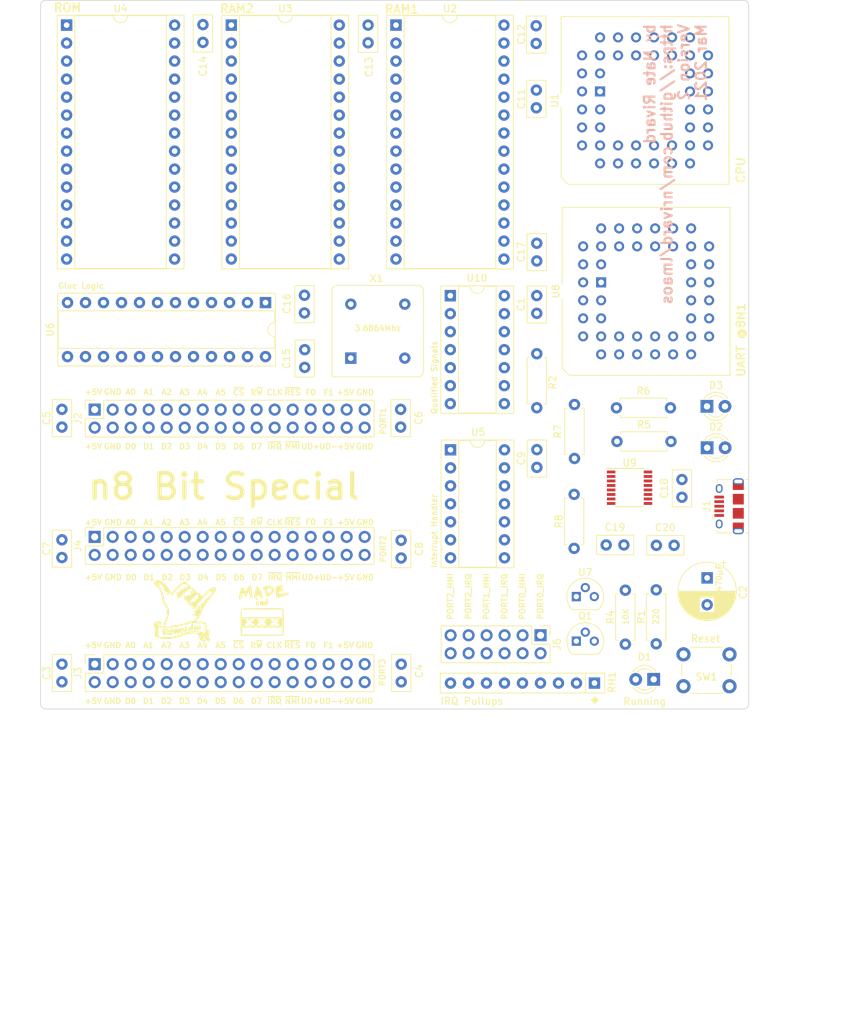
<source format=kicad_pcb>
(kicad_pcb (version 20171130) (host pcbnew "(5.1.9-0-10_14)")
  (title_block (title "n8 Bit Special") (date 2021-03-07) (rev 2) (comment 1 "Main board for the n8 Bit Special computer"))
  (layers (0 F.Cu signal) (31 B.Cu signal) (34 B.Paste user hide) (35 F.Paste user hide) (36 B.SilkS user) (37 F.SilkS user) (38 B.Mask user) (39 F.Mask user) (44 Edge.Cuts user))
  (net 0 "")
  (net 1 GND)
  (net 2 +5V)
  (net 3 "Net-(D1-Pad1)")
  (net 4 ~RES)
  (net 5 USB_D+)
  (net 6 USB_D-)
  (net 7 /A0)
  (net 8 /D0)
  (net 9 /A1)
  (net 10 /D1)
  (net 11 /A2)
  (net 12 /D2)
  (net 13 /A3)
  (net 14 /D3)
  (net 15 /A4)
  (net 16 /D4)
  (net 17 /A5)
  (net 18 /D5)
  (net 19 ~PORT0_CS)
  (net 20 /D6)
  (net 21 R~W)
  (net 22 /D7)
  (net 23 CLK)
  (net 24 PORT0_IRQ_PULLUP)
  (net 25 PORT0_NMI_PULLUP)
  (net 26 FUTURE0)
  (net 27 FUTURE1)
  (net 28 ~PORT2_CS)
  (net 29 PORT2_IRQ_PULLUP)
  (net 30 PORT2_NMI_PULLUP)
  (net 31 PORT1_NMI_PULLUP)
  (net 32 PORT1_IRQ_PULLUP)
  (net 33 ~PORT1_CS)
  (net 34 "Net-(J6-Pad2)")
  (net 35 "Net-(J6-Pad4)")
  (net 36 "Net-(J6-Pad6)")
  (net 37 "Net-(J6-Pad8)")
  (net 38 "Net-(J6-Pad10)")
  (net 39 "Net-(J6-Pad12)")
  (net 40 /A12)
  (net 41 /A13)
  (net 42 ~IRQ)
  (net 43 /A14)
  (net 44 /A15)
  (net 45 ~NMI)
  (net 46 /A6)
  (net 47 /A7)
  (net 48 /A8)
  (net 49 /A9)
  (net 50 /A10)
  (net 51 "Net-(U1-Pad39)")
  (net 52 /A11)
  (net 53 ~RAM2_CS)
  (net 54 ~RAM1_CS)
  (net 55 ~ROM_CS)
  (net 56 "Net-(X1-Pad1)")
  (net 57 "Net-(J1-Pad6)")
  (net 58 "Net-(J1-Pad4)")
  (net 59 "Net-(D1-Pad2)")
  (net 60 "Net-(Q1-Pad2)")
  (net 61 ~READ)
  (net 62 ~WRITE)
  (net 63 "Net-(U1-Pad12)")
  (net 64 "Net-(U1-Pad8)")
  (net 65 "Net-(U1-Pad6)")
  (net 66 "Net-(U1-Pad4)")
  (net 67 "Net-(U1-Pad2)")
  (net 68 "Net-(U1-Pad43)")
  (net 69 +3V3)
  (net 70 "Net-(D2-Pad2)")
  (net 71 "Net-(D2-Pad1)")
  (net 72 "Net-(D3-Pad2)")
  (net 73 "Net-(D3-Pad1)")
  (net 74 "Net-(R7-Pad1)")
  (net 75 "Net-(R8-Pad1)")
  (net 76 "Net-(U8-Pad37)")
  (net 77 RxD)
  (net 78 TxD)
  (net 79 "Net-(U8-Pad31)")
  (net 80 "Net-(U8-Pad40)")
  (net 81 "Net-(U8-Pad34)")
  (net 82 ~RTS)
  (net 83 "Net-(U8-Pad30)")
  (net 84 "Net-(U8-Pad29)")
  (net 85 "Net-(U8-Pad23)")
  (net 86 "Net-(U8-Pad17)")
  (net 87 "Net-(U8-Pad15)")
  (net 88 "Net-(U8-Pad13)")
  (net 89 "Net-(U8-Pad11)")
  (net 90 "Net-(U8-Pad16)")
  (net 91 "Net-(U8-Pad14)")
  (net 92 ~CTS)
  (net 93 "Net-(U8-Pad42)")
  (net 94 "Net-(U8-Pad41)")
  (net 95 "Net-(U8-Pad43)")
  (net 96 "Net-(U8-Pad5)")
  (net 97 "Net-(U8-Pad3)")
  (net 98 "Net-(U8-Pad1)")
  (net 99 "Net-(U9-Pad16)")
  (net 100 "Net-(U9-Pad7)")
  (net 101 ~UART_IRQ)
  (net 102 RDY_PULLUP)
  (net 103 BE_PULLUP)
  (net 104 ~UART_CS)
  (net 105 UART_RES)
  (net 106 "Net-(U10-Pad1)")
  (net 107 "Net-(U6-Pad16)")
  (module graphics:MadeInAMS (layer F.Cu) (at 118.4529 125.8443)
    (fp_text reference G*** hide)
    (fp_text value LOGO hide)
  )
  (module graphics:Shaka (layer F.Cu) (at 107.315 125.9967)
    (fp_text reference G*** hide)
    (fp_text value LOGO hide)
  )
  (module Capacitor_THT:C_Disc_D5.0mm_W2.5mm_P2.50mm (layer F.Cu) (at 173.914 116.789)
    (fp_text reference C20 (at 1.25 -2.5) (layer F.SilkS))
    (fp_text value 47pF)
    (pad 2 thru_hole circle (at 2.5 0) (size 1.6 1.6) (drill 0.8) (layers *.Cu *.Mask) (net 1 GND))
    (pad 1 thru_hole circle (at 0 0) (size 1.6 1.6) (drill 0.8) (layers *.Cu *.Mask) (net 5 USB_D+))
  )
  (module Capacitor_THT:C_Disc_D5.0mm_W2.5mm_P2.50mm (layer F.Cu) (at 166.827 116.738)
    (fp_text reference C19 (at 1.25 -2.5) (layer F.SilkS))
    (fp_text value 47pF)
    (pad 2 thru_hole circle (at 2.5 0) (size 1.6 1.6) (drill 0.8) (layers *.Cu *.Mask) (net 1 GND))
    (pad 1 thru_hole circle (at 0 0) (size 1.6 1.6) (drill 0.8) (layers *.Cu *.Mask) (net 6 USB_D-))
  )
  (module Capacitor_THT:C_Disc_D5.0mm_W2.5mm_P2.50mm (layer F.Cu) (at 157.048 103.2891 270)
    (fp_text reference C9 (at 1.2446 2.2098 90) (layer F.SilkS))
    (fp_text value 100nF)
    (pad 2 thru_hole circle (at 2.5 0 270) (size 1.6 1.6) (drill 0.8) (layers *.Cu *.Mask) (net 1 GND))
    (pad 1 thru_hole circle (at 0 0 270) (size 1.6 1.6) (drill 0.8) (layers *.Cu *.Mask) (net 2 +5V))
  )
  (module Package_DIP:DIP-14_W7.62mm_Socket (layer F.Cu) (at 144.8308 81.5594)
    (fp_text reference U10 (at 3.7592 -2.4892) (layer F.SilkS))
    (fp_text value 74HC00)
    (pad 14 thru_hole oval (at 7.62 0) (size 1.6 1.6) (drill 0.8) (layers *.Cu *.Mask) (net 2 +5V))
    (pad 7 thru_hole oval (at 0 15.24) (size 1.6 1.6) (drill 0.8) (layers *.Cu *.Mask) (net 1 GND))
    (pad 13 thru_hole oval (at 7.62 2.54) (size 1.6 1.6) (drill 0.8) (layers *.Cu *.Mask) (net 4 ~RES))
    (pad 6 thru_hole oval (at 0 12.7) (size 1.6 1.6) (drill 0.8) (layers *.Cu *.Mask) (net 61 ~READ))
    (pad 12 thru_hole oval (at 7.62 5.08) (size 1.6 1.6) (drill 0.8) (layers *.Cu *.Mask) (net 4 ~RES))
    (pad 5 thru_hole oval (at 0 10.16) (size 1.6 1.6) (drill 0.8) (layers *.Cu *.Mask) (net 21 R~W))
    (pad 11 thru_hole oval (at 7.62 7.62) (size 1.6 1.6) (drill 0.8) (layers *.Cu *.Mask) (net 105 UART_RES))
    (pad 4 thru_hole oval (at 0 7.62) (size 1.6 1.6) (drill 0.8) (layers *.Cu *.Mask) (net 23 CLK))
    (pad 10 thru_hole oval (at 7.62 10.16) (size 1.6 1.6) (drill 0.8) (layers *.Cu *.Mask) (net 21 R~W))
    (pad 3 thru_hole oval (at 0 5.08) (size 1.6 1.6) (drill 0.8) (layers *.Cu *.Mask) (net 62 ~WRITE))
    (pad 9 thru_hole oval (at 7.62 12.7) (size 1.6 1.6) (drill 0.8) (layers *.Cu *.Mask) (net 21 R~W))
    (pad 2 thru_hole oval (at 0 2.54) (size 1.6 1.6) (drill 0.8) (layers *.Cu *.Mask) (net 23 CLK))
    (pad 8 thru_hole oval (at 7.62 15.24) (size 1.6 1.6) (drill 0.8) (layers *.Cu *.Mask) (net 106 "Net-(U10-Pad1)"))
    (pad 1 thru_hole rect (at 0 0) (size 1.6 1.6) (drill 0.8) (layers *.Cu *.Mask) (net 106 "Net-(U10-Pad1)"))
  )
  (module Resistor_THT:R_Axial_DIN0207_L6.3mm_D2.5mm_P7.62mm_Horizontal (layer F.Cu) (at 157.0355 89.7509 270)
    (fp_text reference R2 (at 4.064 -2.2352 90) (layer F.SilkS))
    (fp_text value 3K3)
    (pad 2 thru_hole oval (at 7.62 0 270) (size 1.6 1.6) (drill 0.8) (layers *.Cu *.Mask) (net 2 +5V))
    (pad 1 thru_hole circle (at 0 0 270) (size 1.6 1.6) (drill 0.8) (layers *.Cu *.Mask) (net 101 ~UART_IRQ))
  )
  (module Connector_PinHeader_2.54mm:PinHeader_2x06_P2.54mm_Vertical (layer F.Cu) (at 157.569 129.489 270)
    (fp_text reference J6 (at 1.27 -2.33 90) (layer F.SilkS))
    (fp_text value Conn_02x08_Odd_Even)
    (pad 12 thru_hole oval (at 2.54 12.7 270) (size 1.7 1.7) (drill 1) (layers *.Cu *.Mask) (net 39 "Net-(J6-Pad12)"))
    (pad 11 thru_hole oval (at 0 12.7 270) (size 1.7 1.7) (drill 1) (layers *.Cu *.Mask) (net 30 PORT2_NMI_PULLUP))
    (pad 10 thru_hole oval (at 2.54 10.16 270) (size 1.7 1.7) (drill 1) (layers *.Cu *.Mask) (net 38 "Net-(J6-Pad10)"))
    (pad 9 thru_hole oval (at 0 10.16 270) (size 1.7 1.7) (drill 1) (layers *.Cu *.Mask) (net 29 PORT2_IRQ_PULLUP))
    (pad 8 thru_hole oval (at 2.54 7.62 270) (size 1.7 1.7) (drill 1) (layers *.Cu *.Mask) (net 37 "Net-(J6-Pad8)"))
    (pad 7 thru_hole oval (at 0 7.62 270) (size 1.7 1.7) (drill 1) (layers *.Cu *.Mask) (net 31 PORT1_NMI_PULLUP))
    (pad 6 thru_hole oval (at 2.54 5.08 270) (size 1.7 1.7) (drill 1) (layers *.Cu *.Mask) (net 36 "Net-(J6-Pad6)"))
    (pad 5 thru_hole oval (at 0 5.08 270) (size 1.7 1.7) (drill 1) (layers *.Cu *.Mask) (net 32 PORT1_IRQ_PULLUP))
    (pad 4 thru_hole oval (at 2.54 2.54 270) (size 1.7 1.7) (drill 1) (layers *.Cu *.Mask) (net 35 "Net-(J6-Pad4)"))
    (pad 3 thru_hole oval (at 0 2.54 270) (size 1.7 1.7) (drill 1) (layers *.Cu *.Mask) (net 25 PORT0_NMI_PULLUP))
    (pad 2 thru_hole oval (at 2.54 0 270) (size 1.7 1.7) (drill 1) (layers *.Cu *.Mask) (net 34 "Net-(J6-Pad2)"))
    (pad 1 thru_hole rect (at 0 0 270) (size 1.7 1.7) (drill 1) (layers *.Cu *.Mask) (net 24 PORT0_IRQ_PULLUP))
  )
  (module Package_SO:SSOP-16_3.9x4.9mm_P0.635mm (layer F.Cu) (at 170.129 108.661)
    (fp_text reference U9 (at 0 -3.5) (layer F.SilkS))
    (fp_text value FT230XS)
    (pad 16 smd rect (at 2.6 -2.2225) (size 1.2 0.4) (layers F.Cu F.Paste F.Mask) (net 99 "Net-(U9-Pad16)"))
    (pad 15 smd rect (at 2.6 -1.5875) (size 1.2 0.4) (layers F.Cu F.Paste F.Mask) (net 71 "Net-(D2-Pad1)"))
    (pad 14 smd rect (at 2.6 -0.9525) (size 1.2 0.4) (layers F.Cu F.Paste F.Mask) (net 73 "Net-(D3-Pad1)"))
    (pad 13 smd rect (at 2.6 -0.3175) (size 1.2 0.4) (layers F.Cu F.Paste F.Mask) (net 1 GND))
    (pad 12 smd rect (at 2.6 0.3175) (size 1.2 0.4) (layers F.Cu F.Paste F.Mask) (net 2 +5V))
    (pad 11 smd rect (at 2.6 0.9525) (size 1.2 0.4) (layers F.Cu F.Paste F.Mask) (net 69 +3V3))
    (pad 10 smd rect (at 2.6 1.5875) (size 1.2 0.4) (layers F.Cu F.Paste F.Mask) (net 69 +3V3))
    (pad 9 smd rect (at 2.6 2.2225) (size 1.2 0.4) (layers F.Cu F.Paste F.Mask) (net 74 "Net-(R7-Pad1)"))
    (pad 8 smd rect (at -2.6 2.2225) (size 1.2 0.4) (layers F.Cu F.Paste F.Mask) (net 75 "Net-(R8-Pad1)"))
    (pad 7 smd rect (at -2.6 1.5875) (size 1.2 0.4) (layers F.Cu F.Paste F.Mask) (net 100 "Net-(U9-Pad7)"))
    (pad 6 smd rect (at -2.6 0.9525) (size 1.2 0.4) (layers F.Cu F.Paste F.Mask) (net 82 ~RTS))
    (pad 5 smd rect (at -2.6 0.3175) (size 1.2 0.4) (layers F.Cu F.Paste F.Mask) (net 1 GND))
    (pad 4 smd rect (at -2.6 -0.3175) (size 1.2 0.4) (layers F.Cu F.Paste F.Mask) (net 78 TxD))
    (pad 3 smd rect (at -2.6 -0.9525) (size 1.2 0.4) (layers F.Cu F.Paste F.Mask) (net 69 +3V3))
    (pad 2 smd rect (at -2.6 -1.5875) (size 1.2 0.4) (layers F.Cu F.Paste F.Mask) (net 92 ~CTS))
    (pad 1 smd rect (at -2.6 -2.2225) (size 1.2 0.4) (layers F.Cu F.Paste F.Mask) (net 77 RxD))
  )
  (module Package_LCC:PLCC-44_THT-Socket (layer F.Cu) (at 166.116 79.6798 90)
    (fp_text reference U8 (at -1.27 -6.4 90) (layer F.SilkS))
    (fp_text value SC28L92_PLC44)
    (pad 39 thru_hole circle (at 7.62 0 90) (size 1.4224 1.4224) (drill 0.8) (layers *.Cu *.Mask) (net 104 ~UART_CS))
    (pad 37 thru_hole circle (at 7.62 2.54 90) (size 1.4224 1.4224) (drill 0.8) (layers *.Cu *.Mask) (net 76 "Net-(U8-Pad37)"))
    (pad 35 thru_hole circle (at 7.62 5.08 90) (size 1.4224 1.4224) (drill 0.8) (layers *.Cu *.Mask) (net 77 RxD))
    (pad 33 thru_hole circle (at 7.62 7.62 90) (size 1.4224 1.4224) (drill 0.8) (layers *.Cu *.Mask) (net 78 TxD))
    (pad 31 thru_hole circle (at 7.62 10.16 90) (size 1.4224 1.4224) (drill 0.8) (layers *.Cu *.Mask) (net 79 "Net-(U8-Pad31)"))
    (pad 40 thru_hole circle (at 5.08 -2.54 90) (size 1.4224 1.4224) (drill 0.8) (layers *.Cu *.Mask) (net 80 "Net-(U8-Pad40)"))
    (pad 38 thru_hole circle (at 5.08 2.54 90) (size 1.4224 1.4224) (drill 0.8) (layers *.Cu *.Mask) (net 105 UART_RES))
    (pad 36 thru_hole circle (at 5.08 5.08 90) (size 1.4224 1.4224) (drill 0.8) (layers *.Cu *.Mask) (net 23 CLK))
    (pad 34 thru_hole circle (at 5.08 7.62 90) (size 1.4224 1.4224) (drill 0.8) (layers *.Cu *.Mask) (net 81 "Net-(U8-Pad34)"))
    (pad 32 thru_hole circle (at 5.08 10.16 90) (size 1.4224 1.4224) (drill 0.8) (layers *.Cu *.Mask) (net 82 ~RTS))
    (pad 30 thru_hole circle (at 5.08 12.7 90) (size 1.4224 1.4224) (drill 0.8) (layers *.Cu *.Mask) (net 83 "Net-(U8-Pad30)"))
    (pad 28 thru_hole circle (at 5.08 15.24 90) (size 1.4224 1.4224) (drill 0.8) (layers *.Cu *.Mask) (net 8 /D0))
    (pad 26 thru_hole circle (at 2.54 15.24 90) (size 1.4224 1.4224) (drill 0.8) (layers *.Cu *.Mask) (net 16 /D4))
    (pad 24 thru_hole circle (at 0 15.24 90) (size 1.4224 1.4224) (drill 0.8) (layers *.Cu *.Mask) (net 101 ~UART_IRQ))
    (pad 22 thru_hole circle (at -2.54 15.24 90) (size 1.4224 1.4224) (drill 0.8) (layers *.Cu *.Mask) (net 1 GND))
    (pad 20 thru_hole circle (at -5.08 15.24 90) (size 1.4224 1.4224) (drill 0.8) (layers *.Cu *.Mask) (net 18 /D5))
    (pad 18 thru_hole circle (at -7.62 15.24 90) (size 1.4224 1.4224) (drill 0.8) (layers *.Cu *.Mask) (net 10 /D1))
    (pad 29 thru_hole circle (at 7.62 12.7 90) (size 1.4224 1.4224) (drill 0.8) (layers *.Cu *.Mask) (net 84 "Net-(U8-Pad29)"))
    (pad 27 thru_hole circle (at 2.54 12.7 90) (size 1.4224 1.4224) (drill 0.8) (layers *.Cu *.Mask) (net 12 /D2))
    (pad 25 thru_hole circle (at 0 12.7 90) (size 1.4224 1.4224) (drill 0.8) (layers *.Cu *.Mask) (net 20 /D6))
    (pad 23 thru_hole circle (at -2.54 12.7 90) (size 1.4224 1.4224) (drill 0.8) (layers *.Cu *.Mask) (net 85 "Net-(U8-Pad23)"))
    (pad 21 thru_hole circle (at -5.08 12.7 90) (size 1.4224 1.4224) (drill 0.8) (layers *.Cu *.Mask) (net 22 /D7))
    (pad 19 thru_hole circle (at -7.62 12.7 90) (size 1.4224 1.4224) (drill 0.8) (layers *.Cu *.Mask) (net 14 /D3))
    (pad 17 thru_hole circle (at -10.16 12.7 90) (size 1.4224 1.4224) (drill 0.8) (layers *.Cu *.Mask) (net 86 "Net-(U8-Pad17)"))
    (pad 15 thru_hole circle (at -10.16 10.16 90) (size 1.4224 1.4224) (drill 0.8) (layers *.Cu *.Mask) (net 87 "Net-(U8-Pad15)"))
    (pad 13 thru_hole circle (at -10.16 7.62 90) (size 1.4224 1.4224) (drill 0.8) (layers *.Cu *.Mask) (net 88 "Net-(U8-Pad13)"))
    (pad 11 thru_hole circle (at -10.16 5.08 90) (size 1.4224 1.4224) (drill 0.8) (layers *.Cu *.Mask) (net 89 "Net-(U8-Pad11)"))
    (pad 9 thru_hole circle (at -10.16 2.54 90) (size 1.4224 1.4224) (drill 0.8) (layers *.Cu *.Mask) (net 62 ~WRITE))
    (pad 7 thru_hole circle (at -10.16 0 90) (size 1.4224 1.4224) (drill 0.8) (layers *.Cu *.Mask) (net 13 /A3))
    (pad 16 thru_hole circle (at -7.62 10.16 90) (size 1.4224 1.4224) (drill 0.8) (layers *.Cu *.Mask) (net 90 "Net-(U8-Pad16)"))
    (pad 14 thru_hole circle (at -7.62 7.62 90) (size 1.4224 1.4224) (drill 0.8) (layers *.Cu *.Mask) (net 91 "Net-(U8-Pad14)"))
    (pad 12 thru_hole circle (at -7.62 5.08 90) (size 1.4224 1.4224) (drill 0.8) (layers *.Cu *.Mask) (net 2 +5V))
    (pad 10 thru_hole circle (at -7.62 2.54 90) (size 1.4224 1.4224) (drill 0.8) (layers *.Cu *.Mask) (net 61 ~READ))
    (pad 8 thru_hole circle (at -7.62 0 90) (size 1.4224 1.4224) (drill 0.8) (layers *.Cu *.Mask) (net 92 ~CTS))
    (pad 42 thru_hole circle (at 2.54 -2.54 90) (size 1.4224 1.4224) (drill 0.8) (layers *.Cu *.Mask) (net 93 "Net-(U8-Pad42)"))
    (pad 44 thru_hole circle (at 0 -2.54 90) (size 1.4224 1.4224) (drill 0.8) (layers *.Cu *.Mask) (net 2 +5V))
    (pad 6 thru_hole circle (at -7.62 -2.54 90) (size 1.4224 1.4224) (drill 0.8) (layers *.Cu *.Mask) (net 11 /A2))
    (pad 4 thru_hole circle (at -5.08 -2.54 90) (size 1.4224 1.4224) (drill 0.8) (layers *.Cu *.Mask) (net 9 /A1))
    (pad 2 thru_hole circle (at -2.54 -2.54 90) (size 1.4224 1.4224) (drill 0.8) (layers *.Cu *.Mask) (net 7 /A0))
    (pad 41 thru_hole circle (at 5.08 0 90) (size 1.4224 1.4224) (drill 0.8) (layers *.Cu *.Mask) (net 94 "Net-(U8-Pad41)"))
    (pad 43 thru_hole circle (at 2.54 0 90) (size 1.4224 1.4224) (drill 0.8) (layers *.Cu *.Mask) (net 95 "Net-(U8-Pad43)"))
    (pad 5 thru_hole circle (at -5.08 0 90) (size 1.4224 1.4224) (drill 0.8) (layers *.Cu *.Mask) (net 96 "Net-(U8-Pad5)"))
    (pad 3 thru_hole circle (at -2.54 0 90) (size 1.4224 1.4224) (drill 0.8) (layers *.Cu *.Mask) (net 97 "Net-(U8-Pad3)"))
    (pad 1 thru_hole rect (at 0 0 90) (size 1.4224 1.4224) (drill 0.8) (layers *.Cu *.Mask) (net 98 "Net-(U8-Pad1)"))
  )
  (module Resistor_THT:R_Axial_DIN0207_L6.3mm_D2.5mm_P7.62mm_Horizontal (layer F.Cu) (at 162.306 109.601 270)
    (fp_text reference R8 (at 3.81 2.159 90) (layer F.SilkS))
    (fp_text value 27)
    (pad 2 thru_hole oval (at 7.62 0 270) (size 1.6 1.6) (drill 0.8) (layers *.Cu *.Mask) (net 5 USB_D+))
    (pad 1 thru_hole circle (at 0 0 270) (size 1.6 1.6) (drill 0.8) (layers *.Cu *.Mask) (net 75 "Net-(R8-Pad1)"))
  )
  (module Resistor_THT:R_Axial_DIN0207_L6.3mm_D2.5mm_P7.62mm_Horizontal (layer F.Cu) (at 162.357 96.9137 270)
    (fp_text reference R7 (at 3.81 2.3622 90) (layer F.SilkS))
    (fp_text value 27)
    (pad 2 thru_hole oval (at 7.62 0 270) (size 1.6 1.6) (drill 0.8) (layers *.Cu *.Mask) (net 6 USB_D-))
    (pad 1 thru_hole circle (at 0 0 270) (size 1.6 1.6) (drill 0.8) (layers *.Cu *.Mask) (net 74 "Net-(R7-Pad1)"))
  )
  (module Resistor_THT:R_Axial_DIN0207_L6.3mm_D2.5mm_P7.62mm_Horizontal (layer F.Cu) (at 168.275 97.3836)
    (fp_text reference R6 (at 3.81 -2.37) (layer F.SilkS))
    (fp_text value 220)
    (pad 2 thru_hole oval (at 7.62 0) (size 1.6 1.6) (drill 0.8) (layers *.Cu *.Mask) (net 72 "Net-(D3-Pad2)"))
    (pad 1 thru_hole circle (at 0 0) (size 1.6 1.6) (drill 0.8) (layers *.Cu *.Mask) (net 69 +3V3))
  )
  (module Resistor_THT:R_Axial_DIN0207_L6.3mm_D2.5mm_P7.62mm_Horizontal (layer F.Cu) (at 168.351 102.133)
    (fp_text reference R5 (at 3.81 -2.37) (layer F.SilkS))
    (fp_text value 220)
    (pad 2 thru_hole oval (at 7.62 0) (size 1.6 1.6) (drill 0.8) (layers *.Cu *.Mask) (net 70 "Net-(D2-Pad2)"))
    (pad 1 thru_hole circle (at 0 0) (size 1.6 1.6) (drill 0.8) (layers *.Cu *.Mask) (net 69 +3V3))
  )
  (module LED_THT:LED_D3.0mm (layer F.Cu) (at 181.051 97.1804)
    (fp_text reference D3 (at 1.27 -2.96) (layer F.SilkS))
    (fp_text value RX)
    (pad 2 thru_hole circle (at 2.54 0) (size 1.8 1.8) (drill 0.9) (layers *.Cu *.Mask) (net 72 "Net-(D3-Pad2)"))
    (pad 1 thru_hole rect (at 0 0) (size 1.8 1.8) (drill 0.9) (layers *.Cu *.Mask) (net 73 "Net-(D3-Pad1)"))
  )
  (module LED_THT:LED_D3.0mm (layer F.Cu) (at 181.077 103.022)
    (fp_text reference D2 (at 1.27 -2.96) (layer F.SilkS))
    (fp_text value TX)
    (pad 2 thru_hole circle (at 2.54 0) (size 1.8 1.8) (drill 0.9) (layers *.Cu *.Mask) (net 70 "Net-(D2-Pad2)"))
    (pad 1 thru_hole rect (at 0 0) (size 1.8 1.8) (drill 0.9) (layers *.Cu *.Mask) (net 71 "Net-(D2-Pad1)"))
  )
  (module Capacitor_THT:C_Disc_D5.0mm_W2.5mm_P2.50mm (layer F.Cu) (at 177.521 110.007 90)
    (fp_text reference C18 (at 1.25 -2.5 90) (layer F.SilkS))
    (fp_text value 100nF)
    (pad 2 thru_hole circle (at 2.5 0 90) (size 1.6 1.6) (drill 0.8) (layers *.Cu *.Mask) (net 1 GND))
    (pad 1 thru_hole circle (at 0 0 90) (size 1.6 1.6) (drill 0.8) (layers *.Cu *.Mask) (net 69 +3V3))
  )
  (module Capacitor_THT:C_Disc_D5.0mm_W2.5mm_P2.50mm (layer F.Cu) (at 157.0355 76.6572 90)
    (fp_text reference C17 (at 1.27 -2.2352 90) (layer F.SilkS))
    (fp_text value 100nF)
    (pad 2 thru_hole circle (at 2.5 0 90) (size 1.6 1.6) (drill 0.8) (layers *.Cu *.Mask) (net 1 GND))
    (pad 1 thru_hole circle (at 0 0 90) (size 1.6 1.6) (drill 0.8) (layers *.Cu *.Mask) (net 2 +5V))
  )
  (module Package_LCC:PLCC-44_THT-Socket (layer F.Cu) (at 165.964 52.7304 90)
    (fp_text reference U1 (at -1.27 -6.4 90) (layer F.SilkS))
    (fp_text value W65C02SxP)
    (pad 39 thru_hole circle (at 7.62 0 90) (size 1.4224 1.4224) (drill 0.8) (layers *.Cu *.Mask) (net 51 "Net-(U1-Pad39)"))
    (pad 37 thru_hole circle (at 7.62 2.54 90) (size 1.4224 1.4224) (drill 0.8) (layers *.Cu *.Mask) (net 2 +5V))
    (pad 35 thru_hole circle (at 7.62 5.08 90) (size 1.4224 1.4224) (drill 0.8) (layers *.Cu *.Mask) (net 10 /D1))
    (pad 33 thru_hole circle (at 7.62 7.62 90) (size 1.4224 1.4224) (drill 0.8) (layers *.Cu *.Mask) (net 14 /D3))
    (pad 31 thru_hole circle (at 7.62 10.16 90) (size 1.4224 1.4224) (drill 0.8) (layers *.Cu *.Mask) (net 18 /D5))
    (pad 40 thru_hole circle (at 5.08 -2.54 90) (size 1.4224 1.4224) (drill 0.8) (layers *.Cu *.Mask) (net 103 BE_PULLUP))
    (pad 38 thru_hole circle (at 5.08 2.54 90) (size 1.4224 1.4224) (drill 0.8) (layers *.Cu *.Mask) (net 21 R~W))
    (pad 36 thru_hole circle (at 5.08 5.08 90) (size 1.4224 1.4224) (drill 0.8) (layers *.Cu *.Mask) (net 8 /D0))
    (pad 34 thru_hole circle (at 5.08 7.62 90) (size 1.4224 1.4224) (drill 0.8) (layers *.Cu *.Mask) (net 12 /D2))
    (pad 32 thru_hole circle (at 5.08 10.16 90) (size 1.4224 1.4224) (drill 0.8) (layers *.Cu *.Mask) (net 16 /D4))
    (pad 30 thru_hole circle (at 5.08 12.7 90) (size 1.4224 1.4224) (drill 0.8) (layers *.Cu *.Mask) (net 20 /D6))
    (pad 28 thru_hole circle (at 5.08 15.24 90) (size 1.4224 1.4224) (drill 0.8) (layers *.Cu *.Mask) (net 44 /A15))
    (pad 26 thru_hole circle (at 2.54 15.24 90) (size 1.4224 1.4224) (drill 0.8) (layers *.Cu *.Mask) (net 41 /A13))
    (pad 24 thru_hole circle (at 0 15.24 90) (size 1.4224 1.4224) (drill 0.8) (layers *.Cu *.Mask) (net 1 GND))
    (pad 22 thru_hole circle (at -2.54 15.24 90) (size 1.4224 1.4224) (drill 0.8) (layers *.Cu *.Mask) (net 52 /A11))
    (pad 20 thru_hole circle (at -5.08 15.24 90) (size 1.4224 1.4224) (drill 0.8) (layers *.Cu *.Mask) (net 49 /A9))
    (pad 18 thru_hole circle (at -7.62 15.24 90) (size 1.4224 1.4224) (drill 0.8) (layers *.Cu *.Mask) (net 47 /A7))
    (pad 29 thru_hole circle (at 7.62 12.7 90) (size 1.4224 1.4224) (drill 0.8) (layers *.Cu *.Mask) (net 22 /D7))
    (pad 27 thru_hole circle (at 2.54 12.7 90) (size 1.4224 1.4224) (drill 0.8) (layers *.Cu *.Mask) (net 43 /A14))
    (pad 25 thru_hole circle (at 0 12.7 90) (size 1.4224 1.4224) (drill 0.8) (layers *.Cu *.Mask) (net 40 /A12))
    (pad 23 thru_hole circle (at -2.54 12.7 90) (size 1.4224 1.4224) (drill 0.8) (layers *.Cu *.Mask) (net 1 GND))
    (pad 21 thru_hole circle (at -5.08 12.7 90) (size 1.4224 1.4224) (drill 0.8) (layers *.Cu *.Mask) (net 50 /A10))
    (pad 19 thru_hole circle (at -7.62 12.7 90) (size 1.4224 1.4224) (drill 0.8) (layers *.Cu *.Mask) (net 48 /A8))
    (pad 17 thru_hole circle (at -10.16 12.7 90) (size 1.4224 1.4224) (drill 0.8) (layers *.Cu *.Mask) (net 46 /A6))
    (pad 15 thru_hole circle (at -10.16 10.16 90) (size 1.4224 1.4224) (drill 0.8) (layers *.Cu *.Mask) (net 15 /A4))
    (pad 13 thru_hole circle (at -10.16 7.62 90) (size 1.4224 1.4224) (drill 0.8) (layers *.Cu *.Mask) (net 11 /A2))
    (pad 11 thru_hole circle (at -10.16 5.08 90) (size 1.4224 1.4224) (drill 0.8) (layers *.Cu *.Mask) (net 9 /A1))
    (pad 9 thru_hole circle (at -10.16 2.54 90) (size 1.4224 1.4224) (drill 0.8) (layers *.Cu *.Mask) (net 2 +5V))
    (pad 7 thru_hole circle (at -10.16 0 90) (size 1.4224 1.4224) (drill 0.8) (layers *.Cu *.Mask) (net 45 ~NMI))
    (pad 16 thru_hole circle (at -7.62 10.16 90) (size 1.4224 1.4224) (drill 0.8) (layers *.Cu *.Mask) (net 17 /A5))
    (pad 14 thru_hole circle (at -7.62 7.62 90) (size 1.4224 1.4224) (drill 0.8) (layers *.Cu *.Mask) (net 13 /A3))
    (pad 12 thru_hole circle (at -7.62 5.08 90) (size 1.4224 1.4224) (drill 0.8) (layers *.Cu *.Mask) (net 63 "Net-(U1-Pad12)"))
    (pad 10 thru_hole circle (at -7.62 2.54 90) (size 1.4224 1.4224) (drill 0.8) (layers *.Cu *.Mask) (net 7 /A0))
    (pad 8 thru_hole circle (at -7.62 0 90) (size 1.4224 1.4224) (drill 0.8) (layers *.Cu *.Mask) (net 64 "Net-(U1-Pad8)"))
    (pad 42 thru_hole circle (at 2.54 -2.54 90) (size 1.4224 1.4224) (drill 0.8) (layers *.Cu *.Mask) (net 2 +5V))
    (pad 44 thru_hole circle (at 0 -2.54 90) (size 1.4224 1.4224) (drill 0.8) (layers *.Cu *.Mask) (net 4 ~RES))
    (pad 6 thru_hole circle (at -7.62 -2.54 90) (size 1.4224 1.4224) (drill 0.8) (layers *.Cu *.Mask) (net 65 "Net-(U1-Pad6)"))
    (pad 4 thru_hole circle (at -5.08 -2.54 90) (size 1.4224 1.4224) (drill 0.8) (layers *.Cu *.Mask) (net 66 "Net-(U1-Pad4)"))
    (pad 2 thru_hole circle (at -2.54 -2.54 90) (size 1.4224 1.4224) (drill 0.8) (layers *.Cu *.Mask) (net 67 "Net-(U1-Pad2)"))
    (pad 41 thru_hole circle (at 5.08 0 90) (size 1.4224 1.4224) (drill 0.8) (layers *.Cu *.Mask) (net 23 CLK))
    (pad 43 thru_hole circle (at 2.54 0 90) (size 1.4224 1.4224) (drill 0.8) (layers *.Cu *.Mask) (net 68 "Net-(U1-Pad43)"))
    (pad 5 thru_hole circle (at -5.08 0 90) (size 1.4224 1.4224) (drill 0.8) (layers *.Cu *.Mask) (net 42 ~IRQ))
    (pad 3 thru_hole circle (at -2.54 0 90) (size 1.4224 1.4224) (drill 0.8) (layers *.Cu *.Mask) (net 102 RDY_PULLUP))
    (pad 1 thru_hole rect (at 0 0 90) (size 1.4224 1.4224) (drill 0.8) (layers *.Cu *.Mask) (net 1 GND))
  )
  (module Package_TO_SOT_THT:TO-92 (layer F.Cu) (at 162.611 130.315)
    (fp_text reference Q1 (at 1.27 -3.56) (layer F.SilkS))
    (fp_text value 2N3904)
    (pad 1 thru_hole rect (at 0 0) (size 1.3 1.3) (drill 0.75) (layers *.Cu *.Mask) (net 59 "Net-(D1-Pad2)"))
    (pad 3 thru_hole circle (at 2.54 0) (size 1.3 1.3) (drill 0.75) (layers *.Cu *.Mask) (net 2 +5V))
    (pad 2 thru_hole circle (at 1.27 -1.27) (size 1.3 1.3) (drill 0.75) (layers *.Cu *.Mask) (net 60 "Net-(Q1-Pad2)"))
  )
  (module Resistor_THT:R_Axial_DIN0207_L6.3mm_D2.5mm_P7.62mm_Horizontal (layer F.Cu) (at 169.532 130.746 90)
    (fp_text reference R4 (at 3.81 -2.0955 90) (layer F.SilkS))
    (fp_text value 10K)
    (pad 2 thru_hole oval (at 7.62 0 90) (size 1.6 1.6) (drill 0.8) (layers *.Cu *.Mask) (net 4 ~RES))
    (pad 1 thru_hole circle (at 0 0 90) (size 1.6 1.6) (drill 0.8) (layers *.Cu *.Mask) (net 60 "Net-(Q1-Pad2)"))
  )
  (module Capacitor_THT:C_Disc_D5.0mm_W2.5mm_P2.50mm (layer F.Cu) (at 124.2441 83.9978 90)
    (fp_text reference C16 (at 1.3208 -2.4892 90) (layer F.SilkS))
    (fp_text value 100nf)
    (pad 2 thru_hole circle (at 2.5 0 90) (size 1.6 1.6) (drill 0.8) (layers *.Cu *.Mask) (net 2 +5V))
    (pad 1 thru_hole circle (at 0 0 90) (size 1.6 1.6) (drill 0.8) (layers *.Cu *.Mask) (net 1 GND))
  )
  (module Oscillator:Oscillator_DIP-8 (layer F.Cu) (at 130.7846 90.3732)
    (fp_text reference X1 (at 3.6322 -11.2522 180) (layer F.SilkS))
    (fp_text value 3.6864Mhz)
    (pad 4 thru_hole circle (at 7.62 0) (size 1.6 1.6) (drill 0.8) (layers *.Cu *.Mask) (net 1 GND))
    (pad 5 thru_hole circle (at 7.62 -7.62) (size 1.6 1.6) (drill 0.8) (layers *.Cu *.Mask) (net 23 CLK))
    (pad 8 thru_hole circle (at 0 -7.62) (size 1.6 1.6) (drill 0.8) (layers *.Cu *.Mask) (net 2 +5V))
    (pad 1 thru_hole rect (at 0 0) (size 1.6 1.6) (drill 0.8) (layers *.Cu *.Mask) (net 56 "Net-(X1-Pad1)"))
  )
  (module Connector_USB:USB_Micro-B_Amphenol_10118194_Horizontal (layer F.Cu) (at 184.175 111.277 90)
    (fp_text reference J1 (at 0 -3.1625 90) (layer F.SilkS))
    (fp_text value USB_B_Micro)
    (pad 6 thru_hole oval (at 3.5 1.3 90) (size 0.89 1.55) (drill oval 0.5 1.15) (layers *.Cu *.Mask) (net 57 "Net-(J1-Pad6)"))
    (pad 6 thru_hole oval (at -3.5 1.3 90) (size 0.89 1.55) (drill oval 0.5 1.15) (layers *.Cu *.Mask) (net 57 "Net-(J1-Pad6)"))
    (pad 6 smd rect (at 2.9 1.3 90) (size 1.2 1.55) (layers F.Cu F.Paste F.Mask) (net 57 "Net-(J1-Pad6)"))
    (pad 6 smd rect (at -2.9 1.3 90) (size 1.2 1.55) (layers F.Cu F.Paste F.Mask) (net 57 "Net-(J1-Pad6)"))
    (pad 6 smd rect (at 1 1.3 90) (size 1.5 1.55) (layers F.Cu F.Paste F.Mask) (net 57 "Net-(J1-Pad6)"))
    (pad 6 smd rect (at -1 1.3 90) (size 1.5 1.55) (layers F.Cu F.Paste F.Mask) (net 57 "Net-(J1-Pad6)"))
    (pad 6 thru_hole oval (at 2.5 -1.4 90) (size 1.25 0.95) (drill oval 0.85 0.55) (layers *.Cu *.Mask) (net 57 "Net-(J1-Pad6)"))
    (pad 6 thru_hole oval (at -2.5 -1.4 90) (size 1.25 0.95) (drill oval 0.85 0.55) (layers *.Cu *.Mask) (net 57 "Net-(J1-Pad6)"))
    (pad 5 smd rect (at 1.3 -1.4 90) (size 0.4 1.35) (layers F.Cu F.Paste F.Mask) (net 1 GND) (clearance 0.154))
    (pad 4 smd rect (at 0.65 -1.4 90) (size 0.4 1.35) (layers F.Cu F.Paste F.Mask) (net 58 "Net-(J1-Pad4)"))
    (pad 3 smd rect (at 0 -1.4 90) (size 0.4 1.35) (layers F.Cu F.Paste F.Mask) (net 5 USB_D+))
    (pad 2 smd rect (at -0.65 -1.4 90) (size 0.4 1.35) (layers F.Cu F.Paste F.Mask) (net 6 USB_D-))
    (pad 1 smd rect (at -1.3 -1.4 90) (size 0.4 1.35) (layers F.Cu F.Paste F.Mask) (net 2 +5V) (clearance 0.2))
  )
  (module Capacitor_THT:CP_Radial_D8.0mm_P3.80mm (layer F.Cu) (at 181.077 121.387 270)
    (fp_text reference C2 (at 2.032 -5.08 270) (layer F.SilkS))
    (fp_text value 470uF)
    (pad 2 thru_hole circle (at 3.8 0 270) (size 1.6 1.6) (drill 0.8) (layers *.Cu *.Mask) (net 1 GND))
    (pad 1 thru_hole rect (at 0 0 270) (size 1.6 1.6) (drill 0.8) (layers *.Cu *.Mask) (net 2 +5V))
  )
  (module Capacitor_THT:C_Disc_D5.0mm_W2.5mm_P2.50mm (layer F.Cu) (at 157.0355 84.0486 90)
    (fp_text reference C1 (at 1.27 -2.2352 90) (layer F.SilkS))
    (fp_text value 100nf)
    (pad 1 thru_hole circle (at 0 0 90) (size 1.6 1.6) (drill 0.8) (layers *.Cu *.Mask) (net 1 GND))
    (pad 2 thru_hole circle (at 2.5 0 90) (size 1.6 1.6) (drill 0.8) (layers *.Cu *.Mask) (net 2 +5V))
  )
  (module Capacitor_THT:C_Disc_D5.0mm_W2.5mm_P2.50mm (layer F.Cu) (at 90.0176 136.063 90)
    (fp_text reference C3 (at 1.25 -2.159 90) (layer F.SilkS))
    (fp_text value 100nf)
    (pad 2 thru_hole circle (at 2.5 0 90) (size 1.6 1.6) (drill 0.8) (layers *.Cu *.Mask) (net 2 +5V))
    (pad 1 thru_hole circle (at 0 0 90) (size 1.6 1.6) (drill 0.8) (layers *.Cu *.Mask) (net 1 GND))
  )
  (module Capacitor_THT:C_Disc_D5.0mm_W2.5mm_P2.50mm (layer F.Cu) (at 137.904 136.068 90)
    (fp_text reference C4 (at 1.524 2.54 90) (layer F.SilkS))
    (fp_text value 100nf)
    (pad 2 thru_hole circle (at 2.5 0 90) (size 1.6 1.6) (drill 0.8) (layers *.Cu *.Mask) (net 1 GND))
    (pad 1 thru_hole circle (at 0 0 90) (size 1.6 1.6) (drill 0.8) (layers *.Cu *.Mask) (net 2 +5V))
  )
  (module Capacitor_THT:C_Disc_D5.0mm_W2.5mm_P2.50mm (layer F.Cu) (at 90.0176 118.516 90)
    (fp_text reference C7 (at 1.25 -2.159 90) (layer F.SilkS))
    (fp_text value 100nf)
    (pad 2 thru_hole circle (at 2.5 0 90) (size 1.6 1.6) (drill 0.8) (layers *.Cu *.Mask) (net 2 +5V))
    (pad 1 thru_hole circle (at 0 0 90) (size 1.6 1.6) (drill 0.8) (layers *.Cu *.Mask) (net 1 GND))
  )
  (module Capacitor_THT:C_Disc_D5.0mm_W2.5mm_P2.50mm (layer F.Cu) (at 137.884 118.579 90)
    (fp_text reference C8 (at 1.27 2.54 90) (layer F.SilkS))
    (fp_text value 100nf)
    (pad 1 thru_hole circle (at 0 0 90) (size 1.6 1.6) (drill 0.8) (layers *.Cu *.Mask) (net 2 +5V))
    (pad 2 thru_hole circle (at 2.5 0 90) (size 1.6 1.6) (drill 0.8) (layers *.Cu *.Mask) (net 1 GND))
  )
  (module Capacitor_THT:C_Disc_D5.0mm_W2.5mm_P2.50mm (layer F.Cu) (at 90.0176 100.101 90)
    (fp_text reference C5 (at 1.25 -2.159 90) (layer F.SilkS))
    (fp_text value 100nf)
    (pad 2 thru_hole circle (at 2.5 0 90) (size 1.6 1.6) (drill 0.8) (layers *.Cu *.Mask) (net 2 +5V))
    (pad 1 thru_hole circle (at 0 0 90) (size 1.6 1.6) (drill 0.8) (layers *.Cu *.Mask) (net 1 GND))
  )
  (module Capacitor_THT:C_Disc_D5.0mm_W2.5mm_P2.50mm (layer F.Cu) (at 137.82 100.101 90)
    (fp_text reference C6 (at 1.27 2.54 90) (layer F.SilkS))
    (fp_text value 100nf)
    (pad 1 thru_hole circle (at 0 0 90) (size 1.6 1.6) (drill 0.8) (layers *.Cu *.Mask) (net 2 +5V))
    (pad 2 thru_hole circle (at 2.5 0 90) (size 1.6 1.6) (drill 0.8) (layers *.Cu *.Mask) (net 1 GND))
  )
  (module Capacitor_THT:C_Disc_D5.0mm_W2.5mm_P2.50mm (layer F.Cu) (at 156.972 55.0418 90)
    (fp_text reference C11 (at 1.25 -2.1336 90) (layer F.SilkS))
    (fp_text value 100nf)
    (pad 2 thru_hole circle (at 2.5 0 90) (size 1.6 1.6) (drill 0.8) (layers *.Cu *.Mask) (net 1 GND))
    (pad 1 thru_hole circle (at 0 0 90) (size 1.6 1.6) (drill 0.8) (layers *.Cu *.Mask) (net 2 +5V))
  )
  (module Capacitor_THT:C_Disc_D5.0mm_W2.5mm_P2.50mm (layer F.Cu) (at 156.947 43.4594 270)
    (fp_text reference C12 (at 1.2192 2.1082 90) (layer F.SilkS))
    (fp_text value 100nf)
    (pad 1 thru_hole circle (at 0 0 270) (size 1.6 1.6) (drill 0.8) (layers *.Cu *.Mask) (net 2 +5V))
    (pad 2 thru_hole circle (at 2.5 0 270) (size 1.6 1.6) (drill 0.8) (layers *.Cu *.Mask) (net 1 GND))
  )
  (module Capacitor_THT:C_Disc_D5.0mm_W2.5mm_P2.50mm (layer F.Cu) (at 133.223 43.3705 270)
    (fp_text reference C13 (at 5.9055 -0.127 90) (layer F.SilkS))
    (fp_text value 100nf)
    (pad 1 thru_hole circle (at 0 0 270) (size 1.6 1.6) (drill 0.8) (layers *.Cu *.Mask) (net 2 +5V))
    (pad 2 thru_hole circle (at 2.5 0 270) (size 1.6 1.6) (drill 0.8) (layers *.Cu *.Mask) (net 1 GND))
  )
  (module Capacitor_THT:C_Disc_D5.0mm_W2.5mm_P2.50mm (layer F.Cu) (at 109.918 43.307 270)
    (fp_text reference C14 (at 5.8655 0 90) (layer F.SilkS))
    (fp_text value 100nf)
    (pad 1 thru_hole circle (at 0 0 270) (size 1.6 1.6) (drill 0.8) (layers *.Cu *.Mask) (net 2 +5V))
    (pad 2 thru_hole circle (at 2.5 0 270) (size 1.6 1.6) (drill 0.8) (layers *.Cu *.Mask) (net 1 GND))
  )
  (module LED_THT:LED_D3.0mm (layer F.Cu) (at 173.533 135.712 180)
    (fp_text reference D1 (at 1.27 3.175) (layer F.SilkS))
    (fp_text value LED_ALT)
    (pad 1 thru_hole rect (at 0 0 180) (size 1.8 1.8) (drill 0.9) (layers *.Cu *.Mask) (net 3 "Net-(D1-Pad1)"))
    (pad 2 thru_hole circle (at 2.54 0 180) (size 1.8 1.8) (drill 0.9) (layers *.Cu *.Mask) (net 59 "Net-(D1-Pad2)"))
  )
  (module Connector_PinSocket_2.54mm:PinSocket_2x16_P2.54mm_Vertical (layer F.Cu) (at 94.6404 97.6376 90)
    (fp_text reference J2 (at -1.27 -2.3854 90) (layer F.SilkS))
    (fp_text value PORT0)
    (pad 1 thru_hole rect (at 0 0 90) (size 1.7 1.7) (drill 1) (layers *.Cu *.Mask) (net 2 +5V))
    (pad 2 thru_hole oval (at -2.54 0 90) (size 1.7 1.7) (drill 1) (layers *.Cu *.Mask) (net 2 +5V))
    (pad 3 thru_hole oval (at 0 2.54 90) (size 1.7 1.7) (drill 1) (layers *.Cu *.Mask) (net 1 GND))
    (pad 4 thru_hole oval (at -2.54 2.54 90) (size 1.7 1.7) (drill 1) (layers *.Cu *.Mask) (net 1 GND))
    (pad 5 thru_hole oval (at 0 5.08 90) (size 1.7 1.7) (drill 1) (layers *.Cu *.Mask) (net 7 /A0))
    (pad 6 thru_hole oval (at -2.54 5.08 90) (size 1.7 1.7) (drill 1) (layers *.Cu *.Mask) (net 8 /D0))
    (pad 7 thru_hole oval (at 0 7.62 90) (size 1.7 1.7) (drill 1) (layers *.Cu *.Mask) (net 9 /A1))
    (pad 8 thru_hole oval (at -2.54 7.62 90) (size 1.7 1.7) (drill 1) (layers *.Cu *.Mask) (net 10 /D1))
    (pad 9 thru_hole oval (at 0 10.16 90) (size 1.7 1.7) (drill 1) (layers *.Cu *.Mask) (net 11 /A2))
    (pad 10 thru_hole oval (at -2.54 10.16 90) (size 1.7 1.7) (drill 1) (layers *.Cu *.Mask) (net 12 /D2))
    (pad 11 thru_hole oval (at 0 12.7 90) (size 1.7 1.7) (drill 1) (layers *.Cu *.Mask) (net 13 /A3))
    (pad 12 thru_hole oval (at -2.54 12.7 90) (size 1.7 1.7) (drill 1) (layers *.Cu *.Mask) (net 14 /D3))
    (pad 13 thru_hole oval (at 0 15.24 90) (size 1.7 1.7) (drill 1) (layers *.Cu *.Mask) (net 15 /A4))
    (pad 14 thru_hole oval (at -2.54 15.24 90) (size 1.7 1.7) (drill 1) (layers *.Cu *.Mask) (net 16 /D4))
    (pad 15 thru_hole oval (at 0 17.78 90) (size 1.7 1.7) (drill 1) (layers *.Cu *.Mask) (net 17 /A5))
    (pad 16 thru_hole oval (at -2.54 17.78 90) (size 1.7 1.7) (drill 1) (layers *.Cu *.Mask) (net 18 /D5))
    (pad 17 thru_hole oval (at 0 20.32 90) (size 1.7 1.7) (drill 1) (layers *.Cu *.Mask) (net 19 ~PORT0_CS))
    (pad 18 thru_hole oval (at -2.54 20.32 90) (size 1.7 1.7) (drill 1) (layers *.Cu *.Mask) (net 20 /D6))
    (pad 19 thru_hole oval (at 0 22.86 90) (size 1.7 1.7) (drill 1) (layers *.Cu *.Mask) (net 21 R~W))
    (pad 20 thru_hole oval (at -2.54 22.86 90) (size 1.7 1.7) (drill 1) (layers *.Cu *.Mask) (net 22 /D7))
    (pad 21 thru_hole oval (at 0 25.4 90) (size 1.7 1.7) (drill 1) (layers *.Cu *.Mask) (net 23 CLK))
    (pad 22 thru_hole oval (at -2.54 25.4 90) (size 1.7 1.7) (drill 1) (layers *.Cu *.Mask) (net 24 PORT0_IRQ_PULLUP))
    (pad 23 thru_hole oval (at 0 27.94 90) (size 1.7 1.7) (drill 1) (layers *.Cu *.Mask) (net 4 ~RES))
    (pad 24 thru_hole oval (at -2.54 27.94 90) (size 1.7 1.7) (drill 1) (layers *.Cu *.Mask) (net 25 PORT0_NMI_PULLUP))
    (pad 25 thru_hole oval (at 0 30.48 90) (size 1.7 1.7) (drill 1) (layers *.Cu *.Mask) (net 26 FUTURE0))
    (pad 26 thru_hole oval (at -2.54 30.48 90) (size 1.7 1.7) (drill 1) (layers *.Cu *.Mask) (net 61 ~READ))
    (pad 27 thru_hole oval (at 0 33.02 90) (size 1.7 1.7) (drill 1) (layers *.Cu *.Mask) (net 27 FUTURE1))
    (pad 28 thru_hole oval (at -2.54 33.02 90) (size 1.7 1.7) (drill 1) (layers *.Cu *.Mask) (net 62 ~WRITE))
    (pad 29 thru_hole oval (at 0 35.56 90) (size 1.7 1.7) (drill 1) (layers *.Cu *.Mask) (net 2 +5V))
    (pad 30 thru_hole oval (at -2.54 35.56 90) (size 1.7 1.7) (drill 1) (layers *.Cu *.Mask) (net 2 +5V))
    (pad 31 thru_hole oval (at 0 38.1 90) (size 1.7 1.7) (drill 1) (layers *.Cu *.Mask) (net 1 GND))
    (pad 32 thru_hole oval (at -2.54 38.1 90) (size 1.7 1.7) (drill 1) (layers *.Cu *.Mask) (net 1 GND))
  )
  (module Connector_PinSocket_2.54mm:PinSocket_2x16_P2.54mm_Vertical (layer F.Cu) (at 94.6426 133.56 90)
    (fp_text reference J3 (at -1.27 -2.3876 90) (layer F.SilkS))
    (fp_text value PORT2)
    (pad 1 thru_hole rect (at 0 0 90) (size 1.7 1.7) (drill 1) (layers *.Cu *.Mask) (net 2 +5V))
    (pad 2 thru_hole oval (at -2.54 0 90) (size 1.7 1.7) (drill 1) (layers *.Cu *.Mask) (net 2 +5V))
    (pad 3 thru_hole oval (at 0 2.54 90) (size 1.7 1.7) (drill 1) (layers *.Cu *.Mask) (net 1 GND))
    (pad 4 thru_hole oval (at -2.54 2.54 90) (size 1.7 1.7) (drill 1) (layers *.Cu *.Mask) (net 1 GND))
    (pad 5 thru_hole oval (at 0 5.08 90) (size 1.7 1.7) (drill 1) (layers *.Cu *.Mask) (net 7 /A0))
    (pad 6 thru_hole oval (at -2.54 5.08 90) (size 1.7 1.7) (drill 1) (layers *.Cu *.Mask) (net 8 /D0))
    (pad 7 thru_hole oval (at 0 7.62 90) (size 1.7 1.7) (drill 1) (layers *.Cu *.Mask) (net 9 /A1))
    (pad 8 thru_hole oval (at -2.54 7.62 90) (size 1.7 1.7) (drill 1) (layers *.Cu *.Mask) (net 10 /D1))
    (pad 9 thru_hole oval (at 0 10.16 90) (size 1.7 1.7) (drill 1) (layers *.Cu *.Mask) (net 11 /A2))
    (pad 10 thru_hole oval (at -2.54 10.16 90) (size 1.7 1.7) (drill 1) (layers *.Cu *.Mask) (net 12 /D2))
    (pad 11 thru_hole oval (at 0 12.7 90) (size 1.7 1.7) (drill 1) (layers *.Cu *.Mask) (net 13 /A3))
    (pad 12 thru_hole oval (at -2.54 12.7 90) (size 1.7 1.7) (drill 1) (layers *.Cu *.Mask) (net 14 /D3))
    (pad 13 thru_hole oval (at 0 15.24 90) (size 1.7 1.7) (drill 1) (layers *.Cu *.Mask) (net 15 /A4))
    (pad 14 thru_hole oval (at -2.54 15.24 90) (size 1.7 1.7) (drill 1) (layers *.Cu *.Mask) (net 16 /D4))
    (pad 15 thru_hole oval (at 0 17.78 90) (size 1.7 1.7) (drill 1) (layers *.Cu *.Mask) (net 17 /A5))
    (pad 16 thru_hole oval (at -2.54 17.78 90) (size 1.7 1.7) (drill 1) (layers *.Cu *.Mask) (net 18 /D5))
    (pad 17 thru_hole oval (at 0 20.32 90) (size 1.7 1.7) (drill 1) (layers *.Cu *.Mask) (net 28 ~PORT2_CS))
    (pad 18 thru_hole oval (at -2.54 20.32 90) (size 1.7 1.7) (drill 1) (layers *.Cu *.Mask) (net 20 /D6))
    (pad 19 thru_hole oval (at 0 22.86 90) (size 1.7 1.7) (drill 1) (layers *.Cu *.Mask) (net 21 R~W))
    (pad 20 thru_hole oval (at -2.54 22.86 90) (size 1.7 1.7) (drill 1) (layers *.Cu *.Mask) (net 22 /D7))
    (pad 21 thru_hole oval (at 0 25.4 90) (size 1.7 1.7) (drill 1) (layers *.Cu *.Mask) (net 23 CLK))
    (pad 22 thru_hole oval (at -2.54 25.4 90) (size 1.7 1.7) (drill 1) (layers *.Cu *.Mask) (net 29 PORT2_IRQ_PULLUP))
    (pad 23 thru_hole oval (at 0 27.94 90) (size 1.7 1.7) (drill 1) (layers *.Cu *.Mask) (net 4 ~RES))
    (pad 24 thru_hole oval (at -2.54 27.94 90) (size 1.7 1.7) (drill 1) (layers *.Cu *.Mask) (net 30 PORT2_NMI_PULLUP))
    (pad 25 thru_hole oval (at 0 30.48 90) (size 1.7 1.7) (drill 1) (layers *.Cu *.Mask) (net 26 FUTURE0))
    (pad 26 thru_hole oval (at -2.54 30.48 90) (size 1.7 1.7) (drill 1) (layers *.Cu *.Mask) (net 61 ~READ))
    (pad 27 thru_hole oval (at 0 33.02 90) (size 1.7 1.7) (drill 1) (layers *.Cu *.Mask) (net 27 FUTURE1))
    (pad 28 thru_hole oval (at -2.54 33.02 90) (size 1.7 1.7) (drill 1) (layers *.Cu *.Mask) (net 62 ~WRITE))
    (pad 29 thru_hole oval (at 0 35.56 90) (size 1.7 1.7) (drill 1) (layers *.Cu *.Mask) (net 2 +5V))
    (pad 30 thru_hole oval (at -2.54 35.56 90) (size 1.7 1.7) (drill 1) (layers *.Cu *.Mask) (net 2 +5V))
    (pad 31 thru_hole oval (at 0 38.1 90) (size 1.7 1.7) (drill 1) (layers *.Cu *.Mask) (net 1 GND))
    (pad 32 thru_hole oval (at -2.54 38.1 90) (size 1.7 1.7) (drill 1) (layers *.Cu *.Mask) (net 1 GND))
  )
  (module Connector_PinSocket_2.54mm:PinSocket_2x16_P2.54mm_Vertical (layer F.Cu) (at 94.6404 115.603 90)
    (fp_text reference J4 (at -1.27 -2.3854 90) (layer F.SilkS))
    (fp_text value PORT1)
    (pad 32 thru_hole oval (at -2.54 38.1 90) (size 1.7 1.7) (drill 1) (layers *.Cu *.Mask) (net 1 GND))
    (pad 31 thru_hole oval (at 0 38.1 90) (size 1.7 1.7) (drill 1) (layers *.Cu *.Mask) (net 1 GND))
    (pad 30 thru_hole oval (at -2.54 35.56 90) (size 1.7 1.7) (drill 1) (layers *.Cu *.Mask) (net 2 +5V))
    (pad 29 thru_hole oval (at 0 35.56 90) (size 1.7 1.7) (drill 1) (layers *.Cu *.Mask) (net 2 +5V))
    (pad 28 thru_hole oval (at -2.54 33.02 90) (size 1.7 1.7) (drill 1) (layers *.Cu *.Mask) (net 62 ~WRITE))
    (pad 27 thru_hole oval (at 0 33.02 90) (size 1.7 1.7) (drill 1) (layers *.Cu *.Mask) (net 27 FUTURE1))
    (pad 26 thru_hole oval (at -2.54 30.48 90) (size 1.7 1.7) (drill 1) (layers *.Cu *.Mask) (net 61 ~READ))
    (pad 25 thru_hole oval (at 0 30.48 90) (size 1.7 1.7) (drill 1) (layers *.Cu *.Mask) (net 26 FUTURE0))
    (pad 24 thru_hole oval (at -2.54 27.94 90) (size 1.7 1.7) (drill 1) (layers *.Cu *.Mask) (net 31 PORT1_NMI_PULLUP))
    (pad 23 thru_hole oval (at 0 27.94 90) (size 1.7 1.7) (drill 1) (layers *.Cu *.Mask) (net 4 ~RES))
    (pad 22 thru_hole oval (at -2.54 25.4 90) (size 1.7 1.7) (drill 1) (layers *.Cu *.Mask) (net 32 PORT1_IRQ_PULLUP))
    (pad 21 thru_hole oval (at 0 25.4 90) (size 1.7 1.7) (drill 1) (layers *.Cu *.Mask) (net 23 CLK))
    (pad 20 thru_hole oval (at -2.54 22.86 90) (size 1.7 1.7) (drill 1) (layers *.Cu *.Mask) (net 22 /D7))
    (pad 19 thru_hole oval (at 0 22.86 90) (size 1.7 1.7) (drill 1) (layers *.Cu *.Mask) (net 21 R~W))
    (pad 18 thru_hole oval (at -2.54 20.32 90) (size 1.7 1.7) (drill 1) (layers *.Cu *.Mask) (net 20 /D6))
    (pad 17 thru_hole oval (at 0 20.32 90) (size 1.7 1.7) (drill 1) (layers *.Cu *.Mask) (net 33 ~PORT1_CS))
    (pad 16 thru_hole oval (at -2.54 17.78 90) (size 1.7 1.7) (drill 1) (layers *.Cu *.Mask) (net 18 /D5))
    (pad 15 thru_hole oval (at 0 17.78 90) (size 1.7 1.7) (drill 1) (layers *.Cu *.Mask) (net 17 /A5))
    (pad 14 thru_hole oval (at -2.54 15.24 90) (size 1.7 1.7) (drill 1) (layers *.Cu *.Mask) (net 16 /D4))
    (pad 13 thru_hole oval (at 0 15.24 90) (size 1.7 1.7) (drill 1) (layers *.Cu *.Mask) (net 15 /A4))
    (pad 12 thru_hole oval (at -2.54 12.7 90) (size 1.7 1.7) (drill 1) (layers *.Cu *.Mask) (net 14 /D3))
    (pad 11 thru_hole oval (at 0 12.7 90) (size 1.7 1.7) (drill 1) (layers *.Cu *.Mask) (net 13 /A3))
    (pad 10 thru_hole oval (at -2.54 10.16 90) (size 1.7 1.7) (drill 1) (layers *.Cu *.Mask) (net 12 /D2))
    (pad 9 thru_hole oval (at 0 10.16 90) (size 1.7 1.7) (drill 1) (layers *.Cu *.Mask) (net 11 /A2))
    (pad 8 thru_hole oval (at -2.54 7.62 90) (size 1.7 1.7) (drill 1) (layers *.Cu *.Mask) (net 10 /D1))
    (pad 7 thru_hole oval (at 0 7.62 90) (size 1.7 1.7) (drill 1) (layers *.Cu *.Mask) (net 9 /A1))
    (pad 6 thru_hole oval (at -2.54 5.08 90) (size 1.7 1.7) (drill 1) (layers *.Cu *.Mask) (net 8 /D0))
    (pad 5 thru_hole oval (at 0 5.08 90) (size 1.7 1.7) (drill 1) (layers *.Cu *.Mask) (net 7 /A0))
    (pad 4 thru_hole oval (at -2.54 2.54 90) (size 1.7 1.7) (drill 1) (layers *.Cu *.Mask) (net 1 GND))
    (pad 3 thru_hole oval (at 0 2.54 90) (size 1.7 1.7) (drill 1) (layers *.Cu *.Mask) (net 1 GND))
    (pad 2 thru_hole oval (at -2.54 0 90) (size 1.7 1.7) (drill 1) (layers *.Cu *.Mask) (net 2 +5V))
    (pad 1 thru_hole rect (at 0 0 90) (size 1.7 1.7) (drill 1) (layers *.Cu *.Mask) (net 2 +5V))
  )
  (module Resistor_THT:R_Axial_DIN0207_L6.3mm_D2.5mm_P7.62mm_Horizontal (layer F.Cu) (at 173.8884 130.6957 90)
    (fp_text reference R1 (at 3.81 -2.0955 90) (layer F.SilkS))
    (fp_text value 220)
    (pad 1 thru_hole circle (at 0 0 90) (size 1.6 1.6) (drill 0.8) (layers *.Cu *.Mask) (net 3 "Net-(D1-Pad1)"))
    (pad 2 thru_hole oval (at 7.62 0 90) (size 1.6 1.6) (drill 0.8) (layers *.Cu *.Mask) (net 1 GND))
  )
  (module Resistor_THT:R_Array_SIP9 (layer F.Cu) (at 165.176 136.233 180)
    (fp_text reference RN1 (at -2.464 0.114 270) (layer F.SilkS))
    (fp_text value 3K3)
    (pad 1 thru_hole rect (at 0 0 180) (size 1.6 1.6) (drill 0.8) (layers *.Cu *.Mask) (net 2 +5V))
    (pad 2 thru_hole oval (at 2.54 0 180) (size 1.6 1.6) (drill 0.8) (layers *.Cu *.Mask) (net 102 RDY_PULLUP))
    (pad 3 thru_hole oval (at 5.08 0 180) (size 1.6 1.6) (drill 0.8) (layers *.Cu *.Mask) (net 103 BE_PULLUP))
    (pad 4 thru_hole oval (at 7.62 0 180) (size 1.6 1.6) (drill 0.8) (layers *.Cu *.Mask) (net 34 "Net-(J6-Pad2)"))
    (pad 5 thru_hole oval (at 10.16 0 180) (size 1.6 1.6) (drill 0.8) (layers *.Cu *.Mask) (net 35 "Net-(J6-Pad4)"))
    (pad 6 thru_hole oval (at 12.7 0 180) (size 1.6 1.6) (drill 0.8) (layers *.Cu *.Mask) (net 36 "Net-(J6-Pad6)"))
    (pad 7 thru_hole oval (at 15.24 0 180) (size 1.6 1.6) (drill 0.8) (layers *.Cu *.Mask) (net 37 "Net-(J6-Pad8)"))
    (pad 8 thru_hole oval (at 17.78 0 180) (size 1.6 1.6) (drill 0.8) (layers *.Cu *.Mask) (net 38 "Net-(J6-Pad10)"))
    (pad 9 thru_hole oval (at 20.32 0 180) (size 1.6 1.6) (drill 0.8) (layers *.Cu *.Mask) (net 39 "Net-(J6-Pad12)"))
  )
  (module Package_TO_SOT_THT:TO-92 (layer F.Cu) (at 162.611 124.028)
    (fp_text reference U7 (at 1.27 -3.429) (layer F.SilkS))
    (fp_text value DS1813)
    (pad 2 thru_hole circle (at 1.27 -1.27) (size 1.3 1.3) (drill 0.75) (layers *.Cu *.Mask) (net 2 +5V))
    (pad 3 thru_hole circle (at 2.54 0) (size 1.3 1.3) (drill 0.75) (layers *.Cu *.Mask) (net 1 GND))
    (pad 1 thru_hole rect (at 0 0) (size 1.3 1.3) (drill 0.75) (layers *.Cu *.Mask) (net 4 ~RES))
  )
  (module Package_DIP:DIP-24_W7.62mm_Socket (layer F.Cu) (at 118.7446 82.5373 270)
    (fp_text reference U6 (at 3.8105 30.4038 90) (layer F.SilkS))
    (fp_text value 22V10C)
    (pad 1 thru_hole rect (at 0 0 270) (size 1.6 1.6) (drill 0.8) (layers *.Cu *.Mask) (net 23 CLK))
    (pad 13 thru_hole oval (at 7.62 27.94 270) (size 1.6 1.6) (drill 0.8) (layers *.Cu *.Mask) (net 21 R~W))
    (pad 2 thru_hole oval (at 0 2.54 270) (size 1.6 1.6) (drill 0.8) (layers *.Cu *.Mask) (net 46 /A6))
    (pad 14 thru_hole oval (at 7.62 25.4 270) (size 1.6 1.6) (drill 0.8) (layers *.Cu *.Mask) (net 27 FUTURE1))
    (pad 3 thru_hole oval (at 0 5.08 270) (size 1.6 1.6) (drill 0.8) (layers *.Cu *.Mask) (net 47 /A7))
    (pad 15 thru_hole oval (at 7.62 22.86 270) (size 1.6 1.6) (drill 0.8) (layers *.Cu *.Mask) (net 26 FUTURE0))
    (pad 4 thru_hole oval (at 0 7.62 270) (size 1.6 1.6) (drill 0.8) (layers *.Cu *.Mask) (net 48 /A8))
    (pad 16 thru_hole oval (at 7.62 20.32 270) (size 1.6 1.6) (drill 0.8) (layers *.Cu *.Mask) (net 107 "Net-(U6-Pad16)"))
    (pad 5 thru_hole oval (at 0 10.16 270) (size 1.6 1.6) (drill 0.8) (layers *.Cu *.Mask) (net 49 /A9))
    (pad 17 thru_hole oval (at 7.62 17.78 270) (size 1.6 1.6) (drill 0.8) (layers *.Cu *.Mask) (net 104 ~UART_CS))
    (pad 6 thru_hole oval (at 0 12.7 270) (size 1.6 1.6) (drill 0.8) (layers *.Cu *.Mask) (net 50 /A10))
    (pad 18 thru_hole oval (at 7.62 15.24 270) (size 1.6 1.6) (drill 0.8) (layers *.Cu *.Mask) (net 28 ~PORT2_CS))
    (pad 7 thru_hole oval (at 0 15.24 270) (size 1.6 1.6) (drill 0.8) (layers *.Cu *.Mask) (net 52 /A11))
    (pad 19 thru_hole oval (at 7.62 12.7 270) (size 1.6 1.6) (drill 0.8) (layers *.Cu *.Mask) (net 33 ~PORT1_CS))
    (pad 8 thru_hole oval (at 0 17.78 270) (size 1.6 1.6) (drill 0.8) (layers *.Cu *.Mask) (net 40 /A12))
    (pad 20 thru_hole oval (at 7.62 10.16 270) (size 1.6 1.6) (drill 0.8) (layers *.Cu *.Mask) (net 19 ~PORT0_CS))
    (pad 9 thru_hole oval (at 0 20.32 270) (size 1.6 1.6) (drill 0.8) (layers *.Cu *.Mask) (net 41 /A13))
    (pad 21 thru_hole oval (at 7.62 7.62 270) (size 1.6 1.6) (drill 0.8) (layers *.Cu *.Mask) (net 53 ~RAM2_CS))
    (pad 10 thru_hole oval (at 0 22.86 270) (size 1.6 1.6) (drill 0.8) (layers *.Cu *.Mask) (net 43 /A14))
    (pad 22 thru_hole oval (at 7.62 5.08 270) (size 1.6 1.6) (drill 0.8) (layers *.Cu *.Mask) (net 54 ~RAM1_CS))
    (pad 11 thru_hole oval (at 0 25.4 270) (size 1.6 1.6) (drill 0.8) (layers *.Cu *.Mask) (net 44 /A15))
    (pad 23 thru_hole oval (at 7.62 2.54 270) (size 1.6 1.6) (drill 0.8) (layers *.Cu *.Mask) (net 55 ~ROM_CS))
    (pad 12 thru_hole oval (at 0 27.94 270) (size 1.6 1.6) (drill 0.8) (layers *.Cu *.Mask) (net 1 GND))
    (pad 24 thru_hole oval (at 7.62 0 270) (size 1.6 1.6) (drill 0.8) (layers *.Cu *.Mask) (net 2 +5V))
  )
  (module Capacitor_THT:C_Disc_D5.0mm_W2.5mm_P2.50mm (layer F.Cu) (at 124.2822 89.1794 270)
    (fp_text reference C15 (at 1.2827 2.5654 90) (layer F.SilkS))
    (fp_text value 100nf)
    (pad 1 thru_hole circle (at 0 0 270) (size 1.6 1.6) (drill 0.8) (layers *.Cu *.Mask) (net 1 GND))
    (pad 2 thru_hole circle (at 2.5 0 270) (size 1.6 1.6) (drill 0.8) (layers *.Cu *.Mask) (net 2 +5V))
  )
  (module Button_Switch_THT:SW_PUSH_6mm (layer F.Cu) (at 177.7365 132.1821)
    (fp_text reference SW1 (at 3.25 3.175) (layer F.SilkS))
    (fp_text value SW_Push_Dual)
    (pad 2 thru_hole circle (at 0 4.5 90) (size 2 2) (drill 1.1) (layers *.Cu *.Mask) (net 1 GND))
    (pad 1 thru_hole circle (at 0 0 90) (size 2 2) (drill 1.1) (layers *.Cu *.Mask) (net 4 ~RES))
    (pad 2 thru_hole circle (at 6.5 4.5 90) (size 2 2) (drill 1.1) (layers *.Cu *.Mask) (net 1 GND))
    (pad 1 thru_hole circle (at 6.5 0 90) (size 2 2) (drill 1.1) (layers *.Cu *.Mask) (net 4 ~RES))
  )
  (module Package_DIP:DIP-28_W15.24mm_Socket (layer F.Cu) (at 137.16 43.3705)
    (fp_text reference U2 (at 7.62 -2.33) (layer F.SilkS))
    (fp_text value CY62256-70PC)
    (pad 1 thru_hole rect (at 0 0) (size 1.6 1.6) (drill 0.8) (layers *.Cu *.Mask) (net 43 /A14))
    (pad 15 thru_hole oval (at 15.24 33.02) (size 1.6 1.6) (drill 0.8) (layers *.Cu *.Mask) (net 14 /D3))
    (pad 2 thru_hole oval (at 0 2.54) (size 1.6 1.6) (drill 0.8) (layers *.Cu *.Mask) (net 40 /A12))
    (pad 16 thru_hole oval (at 15.24 30.48) (size 1.6 1.6) (drill 0.8) (layers *.Cu *.Mask) (net 16 /D4))
    (pad 3 thru_hole oval (at 0 5.08) (size 1.6 1.6) (drill 0.8) (layers *.Cu *.Mask) (net 47 /A7))
    (pad 17 thru_hole oval (at 15.24 27.94) (size 1.6 1.6) (drill 0.8) (layers *.Cu *.Mask) (net 18 /D5))
    (pad 4 thru_hole oval (at 0 7.62) (size 1.6 1.6) (drill 0.8) (layers *.Cu *.Mask) (net 46 /A6))
    (pad 18 thru_hole oval (at 15.24 25.4) (size 1.6 1.6) (drill 0.8) (layers *.Cu *.Mask) (net 20 /D6))
    (pad 5 thru_hole oval (at 0 10.16) (size 1.6 1.6) (drill 0.8) (layers *.Cu *.Mask) (net 17 /A5))
    (pad 19 thru_hole oval (at 15.24 22.86) (size 1.6 1.6) (drill 0.8) (layers *.Cu *.Mask) (net 22 /D7))
    (pad 6 thru_hole oval (at 0 12.7) (size 1.6 1.6) (drill 0.8) (layers *.Cu *.Mask) (net 15 /A4))
    (pad 20 thru_hole oval (at 15.24 20.32) (size 1.6 1.6) (drill 0.8) (layers *.Cu *.Mask) (net 54 ~RAM1_CS))
    (pad 7 thru_hole oval (at 0 15.24) (size 1.6 1.6) (drill 0.8) (layers *.Cu *.Mask) (net 13 /A3))
    (pad 21 thru_hole oval (at 15.24 17.78) (size 1.6 1.6) (drill 0.8) (layers *.Cu *.Mask) (net 50 /A10))
    (pad 8 thru_hole oval (at 0 17.78) (size 1.6 1.6) (drill 0.8) (layers *.Cu *.Mask) (net 11 /A2))
    (pad 22 thru_hole oval (at 15.24 15.24) (size 1.6 1.6) (drill 0.8) (layers *.Cu *.Mask) (net 61 ~READ))
    (pad 9 thru_hole oval (at 0 20.32) (size 1.6 1.6) (drill 0.8) (layers *.Cu *.Mask) (net 9 /A1))
    (pad 23 thru_hole oval (at 15.24 12.7) (size 1.6 1.6) (drill 0.8) (layers *.Cu *.Mask) (net 52 /A11))
    (pad 10 thru_hole oval (at 0 22.86) (size 1.6 1.6) (drill 0.8) (layers *.Cu *.Mask) (net 7 /A0))
    (pad 24 thru_hole oval (at 15.24 10.16) (size 1.6 1.6) (drill 0.8) (layers *.Cu *.Mask) (net 49 /A9))
    (pad 11 thru_hole oval (at 0 25.4) (size 1.6 1.6) (drill 0.8) (layers *.Cu *.Mask) (net 8 /D0))
    (pad 25 thru_hole oval (at 15.24 7.62) (size 1.6 1.6) (drill 0.8) (layers *.Cu *.Mask) (net 48 /A8))
    (pad 12 thru_hole oval (at 0 27.94) (size 1.6 1.6) (drill 0.8) (layers *.Cu *.Mask) (net 10 /D1))
    (pad 26 thru_hole oval (at 15.24 5.08) (size 1.6 1.6) (drill 0.8) (layers *.Cu *.Mask) (net 41 /A13))
    (pad 13 thru_hole oval (at 0 30.48) (size 1.6 1.6) (drill 0.8) (layers *.Cu *.Mask) (net 12 /D2))
    (pad 27 thru_hole oval (at 15.24 2.54) (size 1.6 1.6) (drill 0.8) (layers *.Cu *.Mask) (net 62 ~WRITE))
    (pad 14 thru_hole oval (at 0 33.02) (size 1.6 1.6) (drill 0.8) (layers *.Cu *.Mask) (net 1 GND))
    (pad 28 thru_hole oval (at 15.24 0) (size 1.6 1.6) (drill 0.8) (layers *.Cu *.Mask) (net 2 +5V))
  )
  (module Package_DIP:DIP-28_W15.24mm_Socket (layer F.Cu) (at 113.919 43.3705)
    (fp_text reference U3 (at 7.62 -2.33) (layer F.SilkS))
    (fp_text value CY62256-70PC)
    (pad 1 thru_hole rect (at 0 0) (size 1.6 1.6) (drill 0.8) (layers *.Cu *.Mask) (net 43 /A14))
    (pad 15 thru_hole oval (at 15.24 33.02) (size 1.6 1.6) (drill 0.8) (layers *.Cu *.Mask) (net 14 /D3))
    (pad 2 thru_hole oval (at 0 2.54) (size 1.6 1.6) (drill 0.8) (layers *.Cu *.Mask) (net 40 /A12))
    (pad 16 thru_hole oval (at 15.24 30.48) (size 1.6 1.6) (drill 0.8) (layers *.Cu *.Mask) (net 16 /D4))
    (pad 3 thru_hole oval (at 0 5.08) (size 1.6 1.6) (drill 0.8) (layers *.Cu *.Mask) (net 47 /A7))
    (pad 17 thru_hole oval (at 15.24 27.94) (size 1.6 1.6) (drill 0.8) (layers *.Cu *.Mask) (net 18 /D5))
    (pad 4 thru_hole oval (at 0 7.62) (size 1.6 1.6) (drill 0.8) (layers *.Cu *.Mask) (net 46 /A6))
    (pad 18 thru_hole oval (at 15.24 25.4) (size 1.6 1.6) (drill 0.8) (layers *.Cu *.Mask) (net 20 /D6))
    (pad 5 thru_hole oval (at 0 10.16) (size 1.6 1.6) (drill 0.8) (layers *.Cu *.Mask) (net 17 /A5))
    (pad 19 thru_hole oval (at 15.24 22.86) (size 1.6 1.6) (drill 0.8) (layers *.Cu *.Mask) (net 22 /D7))
    (pad 6 thru_hole oval (at 0 12.7) (size 1.6 1.6) (drill 0.8) (layers *.Cu *.Mask) (net 15 /A4))
    (pad 20 thru_hole oval (at 15.24 20.32) (size 1.6 1.6) (drill 0.8) (layers *.Cu *.Mask) (net 53 ~RAM2_CS))
    (pad 7 thru_hole oval (at 0 15.24) (size 1.6 1.6) (drill 0.8) (layers *.Cu *.Mask) (net 13 /A3))
    (pad 21 thru_hole oval (at 15.24 17.78) (size 1.6 1.6) (drill 0.8) (layers *.Cu *.Mask) (net 50 /A10))
    (pad 8 thru_hole oval (at 0 17.78) (size 1.6 1.6) (drill 0.8) (layers *.Cu *.Mask) (net 11 /A2))
    (pad 22 thru_hole oval (at 15.24 15.24) (size 1.6 1.6) (drill 0.8) (layers *.Cu *.Mask) (net 61 ~READ))
    (pad 9 thru_hole oval (at 0 20.32) (size 1.6 1.6) (drill 0.8) (layers *.Cu *.Mask) (net 9 /A1))
    (pad 23 thru_hole oval (at 15.24 12.7) (size 1.6 1.6) (drill 0.8) (layers *.Cu *.Mask) (net 52 /A11))
    (pad 10 thru_hole oval (at 0 22.86) (size 1.6 1.6) (drill 0.8) (layers *.Cu *.Mask) (net 7 /A0))
    (pad 24 thru_hole oval (at 15.24 10.16) (size 1.6 1.6) (drill 0.8) (layers *.Cu *.Mask) (net 49 /A9))
    (pad 11 thru_hole oval (at 0 25.4) (size 1.6 1.6) (drill 0.8) (layers *.Cu *.Mask) (net 8 /D0))
    (pad 25 thru_hole oval (at 15.24 7.62) (size 1.6 1.6) (drill 0.8) (layers *.Cu *.Mask) (net 48 /A8))
    (pad 12 thru_hole oval (at 0 27.94) (size 1.6 1.6) (drill 0.8) (layers *.Cu *.Mask) (net 10 /D1))
    (pad 26 thru_hole oval (at 15.24 5.08) (size 1.6 1.6) (drill 0.8) (layers *.Cu *.Mask) (net 41 /A13))
    (pad 13 thru_hole oval (at 0 30.48) (size 1.6 1.6) (drill 0.8) (layers *.Cu *.Mask) (net 12 /D2))
    (pad 27 thru_hole oval (at 15.24 2.54) (size 1.6 1.6) (drill 0.8) (layers *.Cu *.Mask) (net 62 ~WRITE))
    (pad 14 thru_hole oval (at 0 33.02) (size 1.6 1.6) (drill 0.8) (layers *.Cu *.Mask) (net 1 GND))
    (pad 28 thru_hole oval (at 15.24 0) (size 1.6 1.6) (drill 0.8) (layers *.Cu *.Mask) (net 2 +5V))
  )
  (module Package_DIP:DIP-28_W15.24mm_Socket (layer F.Cu) (at 90.678 43.3705)
    (fp_text reference U4 (at 7.62 -2.33) (layer F.SilkS))
    (fp_text value 28C256)
    (pad 28 thru_hole oval (at 15.24 0) (size 1.6 1.6) (drill 0.8) (layers *.Cu *.Mask) (net 2 +5V))
    (pad 14 thru_hole oval (at 0 33.02) (size 1.6 1.6) (drill 0.8) (layers *.Cu *.Mask) (net 1 GND))
    (pad 27 thru_hole oval (at 15.24 2.54) (size 1.6 1.6) (drill 0.8) (layers *.Cu *.Mask) (net 2 +5V))
    (pad 13 thru_hole oval (at 0 30.48) (size 1.6 1.6) (drill 0.8) (layers *.Cu *.Mask) (net 12 /D2))
    (pad 26 thru_hole oval (at 15.24 5.08) (size 1.6 1.6) (drill 0.8) (layers *.Cu *.Mask) (net 41 /A13))
    (pad 12 thru_hole oval (at 0 27.94) (size 1.6 1.6) (drill 0.8) (layers *.Cu *.Mask) (net 10 /D1))
    (pad 25 thru_hole oval (at 15.24 7.62) (size 1.6 1.6) (drill 0.8) (layers *.Cu *.Mask) (net 48 /A8))
    (pad 11 thru_hole oval (at 0 25.4) (size 1.6 1.6) (drill 0.8) (layers *.Cu *.Mask) (net 8 /D0))
    (pad 24 thru_hole oval (at 15.24 10.16) (size 1.6 1.6) (drill 0.8) (layers *.Cu *.Mask) (net 49 /A9))
    (pad 10 thru_hole oval (at 0 22.86) (size 1.6 1.6) (drill 0.8) (layers *.Cu *.Mask) (net 7 /A0))
    (pad 23 thru_hole oval (at 15.24 12.7) (size 1.6 1.6) (drill 0.8) (layers *.Cu *.Mask) (net 52 /A11))
    (pad 9 thru_hole oval (at 0 20.32) (size 1.6 1.6) (drill 0.8) (layers *.Cu *.Mask) (net 9 /A1))
    (pad 22 thru_hole oval (at 15.24 15.24) (size 1.6 1.6) (drill 0.8) (layers *.Cu *.Mask) (net 61 ~READ))
    (pad 8 thru_hole oval (at 0 17.78) (size 1.6 1.6) (drill 0.8) (layers *.Cu *.Mask) (net 11 /A2))
    (pad 21 thru_hole oval (at 15.24 17.78) (size 1.6 1.6) (drill 0.8) (layers *.Cu *.Mask) (net 50 /A10))
    (pad 7 thru_hole oval (at 0 15.24) (size 1.6 1.6) (drill 0.8) (layers *.Cu *.Mask) (net 13 /A3))
    (pad 20 thru_hole oval (at 15.24 20.32) (size 1.6 1.6) (drill 0.8) (layers *.Cu *.Mask) (net 55 ~ROM_CS))
    (pad 6 thru_hole oval (at 0 12.7) (size 1.6 1.6) (drill 0.8) (layers *.Cu *.Mask) (net 15 /A4))
    (pad 19 thru_hole oval (at 15.24 22.86) (size 1.6 1.6) (drill 0.8) (layers *.Cu *.Mask) (net 22 /D7))
    (pad 5 thru_hole oval (at 0 10.16) (size 1.6 1.6) (drill 0.8) (layers *.Cu *.Mask) (net 17 /A5))
    (pad 18 thru_hole oval (at 15.24 25.4) (size 1.6 1.6) (drill 0.8) (layers *.Cu *.Mask) (net 20 /D6))
    (pad 4 thru_hole oval (at 0 7.62) (size 1.6 1.6) (drill 0.8) (layers *.Cu *.Mask) (net 46 /A6))
    (pad 17 thru_hole oval (at 15.24 27.94) (size 1.6 1.6) (drill 0.8) (layers *.Cu *.Mask) (net 18 /D5))
    (pad 3 thru_hole oval (at 0 5.08) (size 1.6 1.6) (drill 0.8) (layers *.Cu *.Mask) (net 47 /A7))
    (pad 16 thru_hole oval (at 15.24 30.48) (size 1.6 1.6) (drill 0.8) (layers *.Cu *.Mask) (net 16 /D4))
    (pad 2 thru_hole oval (at 0 2.54) (size 1.6 1.6) (drill 0.8) (layers *.Cu *.Mask) (net 40 /A12))
    (pad 15 thru_hole oval (at 15.24 33.02) (size 1.6 1.6) (drill 0.8) (layers *.Cu *.Mask) (net 14 /D3))
    (pad 1 thru_hole rect (at 0 0) (size 1.6 1.6) (drill 0.8) (layers *.Cu *.Mask) (net 43 /A14))
  )
  (module Package_DIP:DIP-14_W7.62mm_Socket (layer F.Cu) (at 144.8562 103.3145)
    (fp_text reference U5 (at 3.9116 -2.5019) (layer F.SilkS))
    (fp_text value 74LS21)
    (pad 1 thru_hole rect (at 0 0) (size 1.6 1.6) (drill 0.8) (layers *.Cu *.Mask) (net 24 PORT0_IRQ_PULLUP))
    (pad 8 thru_hole oval (at 7.62 15.24) (size 1.6 1.6) (drill 0.8) (layers *.Cu *.Mask) (net 45 ~NMI))
    (pad 2 thru_hole oval (at 0 2.54) (size 1.6 1.6) (drill 0.8) (layers *.Cu *.Mask) (net 32 PORT1_IRQ_PULLUP))
    (pad 9 thru_hole oval (at 7.62 12.7) (size 1.6 1.6) (drill 0.8) (layers *.Cu *.Mask) (net 25 PORT0_NMI_PULLUP))
    (pad 3 thru_hole oval (at 0 5.08) (size 1.6 1.6) (drill 0.8) (layers *.Cu *.Mask))
    (pad 10 thru_hole oval (at 7.62 10.16) (size 1.6 1.6) (drill 0.8) (layers *.Cu *.Mask) (net 31 PORT1_NMI_PULLUP))
    (pad 4 thru_hole oval (at 0 7.62) (size 1.6 1.6) (drill 0.8) (layers *.Cu *.Mask) (net 29 PORT2_IRQ_PULLUP))
    (pad 11 thru_hole oval (at 7.62 7.62) (size 1.6 1.6) (drill 0.8) (layers *.Cu *.Mask))
    (pad 5 thru_hole oval (at 0 10.16) (size 1.6 1.6) (drill 0.8) (layers *.Cu *.Mask) (net 101 ~UART_IRQ))
    (pad 12 thru_hole oval (at 7.62 5.08) (size 1.6 1.6) (drill 0.8) (layers *.Cu *.Mask) (net 30 PORT2_NMI_PULLUP))
    (pad 6 thru_hole oval (at 0 12.7) (size 1.6 1.6) (drill 0.8) (layers *.Cu *.Mask) (net 42 ~IRQ))
    (pad 13 thru_hole oval (at 7.62 2.54) (size 1.6 1.6) (drill 0.8) (layers *.Cu *.Mask) (net 2 +5V))
    (pad 7 thru_hole oval (at 0 15.24) (size 1.6 1.6) (drill 0.8) (layers *.Cu *.Mask) (net 1 GND))
    (pad 14 thru_hole oval (at 7.62 0) (size 1.6 1.6) (drill 0.8) (layers *.Cu *.Mask) (net 2 +5V))
  )
  (gr_text Running (at 172.2501 138.811) (layer F.SilkS) (effects (font (size 1 1))))
  (gr_text "Qualified Signals" (at 142.5702 98.3615 90) (layer F.SilkS) (effects (font (size 0.8 0.8)) (justify left)))
  (gr_text "UART @8N1" (at 185.8518 87.8078 90) (layer F.SilkS) (effects (font (size 1.2 1.2) (thickness 0.2))))
  (gr_text 10K (at 169.5958 126.873 90) (layer F.SilkS) (effects (font (size 0.8 0.8))))
  (gr_text 3.6864Mhz (at 134.5946 86.1568) (layer F.SilkS) (effects (font (size 0.8 0.8))))
  (gr_text 470µF (at 182.753 121.412 90) (layer F.SilkS) (effects (font (size 0.8 0.8))))
  (gr_arc (start 87.6935 139.192) (end 86.995 139.192) (angle -90) (layer Edge.Cuts) (width 0.1))
  (gr_arc (start 186.2455 139.192) (end 186.2455 139.8905) (angle -90) (layer Edge.Cuts) (width 0.1))
  (gr_arc (start 87.6935 40.5765) (end 87.6935 39.878) (angle -90) (layer Edge.Cuts) (width 0.1))
  (gr_arc (start 186.2455 40.5765) (end 186.944 40.5765) (angle -90) (layer Edge.Cuts) (width 0.1))
  (gr_text 220 (at 173.8503 126.873 90) (layer F.SilkS) (effects (font (size 0.8 0.8))))
  (gr_text Reset (at 180.848 129.9591) (layer F.SilkS) (effects (font (size 1 1))))
  (gr_text "by Nate Rivard\nhttps://github.com/nrivard/lmaos\nVersion 2\nMar 2021" (at 176.5935 43.053 90) (layer B.SilkS) (effects (font (size 1.5 1.5) (thickness 0.3)) (justify left mirror)))
  (gr_poly (pts (xy 165.227 139.1539) (xy 164.719 138.6459) (xy 165.227 138.1379) (xy 165.735 138.6459)) (layer F.SilkS) (width 0.1))
  (gr_text "Interrupt Handler" (at 142.5448 120.0531 90) (layer F.SilkS) (effects (font (size 0.8 0.8)) (justify left)))
  (gr_text "n8 Bit Special" (at 112.8776 108.5088) (layer F.SilkS) (effects (font (size 3.5 3.5) (thickness 0.6))))
  (gr_text "Glue Logic" (at 92.71 80.1751) (layer F.SilkS) (effects (font (size 0.8 0.8))))
  (gr_text ROM (at 90.805 40.9194) (layer F.SilkS) (effects (font (size 1.2 1.2) (thickness 0.2))))
  (gr_text RAM2 (at 114.7064 41.0464) (layer F.SilkS) (effects (font (size 1.2 1.2) (thickness 0.2))))
  (gr_text RAM1 (at 137.9728 41.1226) (layer F.SilkS) (effects (font (size 1.2 1.2) (thickness 0.2))))
  (gr_text CPU (at 185.8264 63.8556 90) (layer F.SilkS) (effects (font (size 1.2 1.2) (thickness 0.2))))
  (gr_text PORT2_NMI (at 144.8435 124.0155 90) (layer F.SilkS) (effects (font (size 0.8 0.8))))
  (gr_text PORT2_IRQ (at 147.3835 124.0155 90) (layer F.SilkS) (effects (font (size 0.8 0.8))))
  (gr_text PORT1_NMI (at 149.9235 124.0155 90) (layer F.SilkS) (effects (font (size 0.8 0.8))))
  (gr_text PORT1_IRQ (at 152.4635 124.0155 90) (layer F.SilkS) (effects (font (size 0.8 0.8))))
  (gr_text PORT0_NMI (at 155.0035 124.0155 90) (layer F.SilkS) (effects (font (size 0.8 0.8))))
  (gr_text PORT0_IRQ (at 157.5435 124.0155 90) (layer F.SilkS) (effects (font (size 0.8 0.8))))
  (gr_text "IRQ Pullups" (at 147.8788 138.7856) (layer F.SilkS) (effects (font (size 1 1))))
  (gr_text D2 (at 104.76992 138.78052) (layer F.SilkS) (effects (font (size 0.8 0.8))))
  (gr_text D7 (at 117.46992 138.78052) (layer F.SilkS) (effects (font (size 0.8 0.8))))
  (gr_text D0 (at 99.68992 138.78052) (layer F.SilkS) (effects (font (size 0.8 0.8))))
  (gr_text D1 (at 102.22992 138.78052) (layer F.SilkS) (effects (font (size 0.8 0.8))))
  (gr_text D6 (at 114.92992 138.78052) (layer F.SilkS) (effects (font (size 0.8 0.8))))
  (gr_text D5 (at 112.38992 138.78052) (layer F.SilkS) (effects (font (size 0.8 0.8))))
  (gr_text GND (at 132.70992 138.78052) (layer F.SilkS) (effects (font (size 0.8 0.8))))
  (gr_text +5V (at 130.05562 138.78052) (layer F.SilkS) (effects (font (size 0.8 0.8))))
  (gr_text +5V (at 94.43212 138.76782) (layer F.SilkS) (effects (font (size 0.8 0.8))))
  (gr_text UD- (at 127.62992 138.78052) (layer F.SilkS) (effects (font (size 0.8 0.8))))
  (gr_text D4 (at 109.84992 138.78052) (layer F.SilkS) (effects (font (size 0.8 0.8))))
  (gr_text GND (at 97.14992 138.78052) (layer F.SilkS) (effects (font (size 0.8 0.8))))
  (gr_text ~NMI (at 122.54992 138.78052) (layer F.SilkS) (effects (font (size 0.8 0.8))))
  (gr_text UD+ (at 125.08992 138.78052) (layer F.SilkS) (effects (font (size 0.8 0.8))))
  (gr_text D3 (at 107.30992 138.78052) (layer F.SilkS) (effects (font (size 0.8 0.8))))
  (gr_text ~IRQ (at 120.00992 138.78052) (layer F.SilkS) (effects (font (size 0.8 0.8))))
  (gr_text D2 (at 104.8639 121.3104) (layer F.SilkS) (effects (font (size 0.8 0.8))))
  (gr_text D7 (at 117.5639 121.3104) (layer F.SilkS) (effects (font (size 0.8 0.8))))
  (gr_text D0 (at 99.7839 121.3104) (layer F.SilkS) (effects (font (size 0.8 0.8))))
  (gr_text D1 (at 102.3239 121.3104) (layer F.SilkS) (effects (font (size 0.8 0.8))))
  (gr_text D6 (at 115.0239 121.3104) (layer F.SilkS) (effects (font (size 0.8 0.8))))
  (gr_text D5 (at 112.4839 121.3104) (layer F.SilkS) (effects (font (size 0.8 0.8))))
  (gr_text GND (at 132.8039 121.3104) (layer F.SilkS) (effects (font (size 0.8 0.8))))
  (gr_text +5V (at 130.0734 121.3104) (layer F.SilkS) (effects (font (size 0.8 0.8))))
  (gr_text +5V (at 94.4499 121.3104) (layer F.SilkS) (effects (font (size 0.8 0.8))))
  (gr_text UD- (at 127.7239 121.3104) (layer F.SilkS) (effects (font (size 0.8 0.8))))
  (gr_text D4 (at 109.9439 121.3104) (layer F.SilkS) (effects (font (size 0.8 0.8))))
  (gr_text GND (at 97.2439 121.3104) (layer F.SilkS) (effects (font (size 0.8 0.8))))
  (gr_text ~NMI (at 122.6439 121.3104) (layer F.SilkS) (effects (font (size 0.8 0.8))))
  (gr_text UD+ (at 125.1839 121.3104) (layer F.SilkS) (effects (font (size 0.8 0.8))))
  (gr_text D3 (at 107.4039 121.3104) (layer F.SilkS) (effects (font (size 0.8 0.8))))
  (gr_text ~IRQ (at 120.1039 121.3104) (layer F.SilkS) (effects (font (size 0.8 0.8))))
  (gr_text D2 (at 104.8004 102.8319) (layer F.SilkS) (effects (font (size 0.8 0.8))))
  (gr_text D7 (at 117.5004 102.8319) (layer F.SilkS) (effects (font (size 0.8 0.8))))
  (gr_text D0 (at 99.7204 102.8319) (layer F.SilkS) (effects (font (size 0.8 0.8))))
  (gr_text D1 (at 102.2604 102.8319) (layer F.SilkS) (effects (font (size 0.8 0.8))))
  (gr_text D6 (at 114.9604 102.8319) (layer F.SilkS) (effects (font (size 0.8 0.8))))
  (gr_text D5 (at 112.4204 102.8319) (layer F.SilkS) (effects (font (size 0.8 0.8))))
  (gr_text GND (at 132.7404 102.8319) (layer F.SilkS) (effects (font (size 0.8 0.8))))
  (gr_text +5V (at 130.0734 102.8319) (layer F.SilkS) (effects (font (size 0.8 0.8))))
  (gr_text +5V (at 94.4499 102.8319) (layer F.SilkS) (effects (font (size 0.8 0.8))))
  (gr_text UD- (at 127.6604 102.8319) (layer F.SilkS) (effects (font (size 0.8 0.8))))
  (gr_text D4 (at 109.8804 102.8319) (layer F.SilkS) (effects (font (size 0.8 0.8))))
  (gr_text GND (at 97.1804 102.8319) (layer F.SilkS) (effects (font (size 0.8 0.8))))
  (gr_text ~NMI (at 122.5804 102.8319) (layer F.SilkS) (effects (font (size 0.8 0.8))))
  (gr_text UD+ (at 125.1204 102.8319) (layer F.SilkS) (effects (font (size 0.8 0.8))))
  (gr_text D3 (at 107.3404 102.8319) (layer F.SilkS) (effects (font (size 0.8 0.8))))
  (gr_text ~IRQ (at 120.0404 102.8319) (layer F.SilkS) (effects (font (size 0.8 0.8))))
  (gr_text GND (at 132.70992 130.90652) (layer F.SilkS) (effects (font (size 0.8 0.8))))
  (gr_text ~RES (at 122.54992 130.90652) (layer F.SilkS) (effects (font (size 0.8 0.8))))
  (gr_text +5V (at 129.99212 130.89382) (layer F.SilkS) (effects (font (size 0.8 0.8))))
  (gr_text R~W (at 117.46992 130.90652) (layer F.SilkS) (effects (font (size 0.8 0.8))))
  (gr_text A0 (at 99.68992 130.90652) (layer F.SilkS) (effects (font (size 0.8 0.8))))
  (gr_text GND (at 97.14992 130.90652) (layer F.SilkS) (effects (font (size 0.8 0.8))))
  (gr_text A2 (at 104.76992 130.90652) (layer F.SilkS) (effects (font (size 0.8 0.8))))
  (gr_text +5V (at 94.43212 130.90652) (layer F.SilkS) (effects (font (size 0.8 0.8))))
  (gr_text A1 (at 102.22992 130.90652) (layer F.SilkS) (effects (font (size 0.8 0.8))))
  (gr_text F1 (at 127.62992 130.90652) (layer F.SilkS) (effects (font (size 0.8 0.8))))
  (gr_text CLK (at 120.00992 130.90652) (layer F.SilkS) (effects (font (size 0.8 0.8))))
  (gr_text F0 (at 125.08992 130.90652) (layer F.SilkS) (effects (font (size 0.8 0.8))))
  (gr_text A3 (at 107.30992 130.90652) (layer F.SilkS) (effects (font (size 0.8 0.8))))
  (gr_text ~CS (at 114.92992 130.90652) (layer F.SilkS) (effects (font (size 0.8 0.8))))
  (gr_text A5 (at 112.38992 130.90652) (layer F.SilkS) (effects (font (size 0.8 0.8))))
  (gr_text "A4\n" (at 109.84992 130.90652) (layer F.SilkS) (effects (font (size 0.8 0.8))))
  (gr_text GND (at 132.8039 113.5634) (layer F.SilkS) (effects (font (size 0.8 0.8))))
  (gr_text ~RES (at 122.5804 113.5634) (layer F.SilkS) (effects (font (size 0.8 0.8))))
  (gr_text +5V (at 130.0734 113.5634) (layer F.SilkS) (effects (font (size 0.8 0.8))))
  (gr_text R~W (at 117.5004 113.5634) (layer F.SilkS) (effects (font (size 0.8 0.8))))
  (gr_text A0 (at 99.7204 113.5634) (layer F.SilkS) (effects (font (size 0.8 0.8))))
  (gr_text GND (at 97.2439 113.5634) (layer F.SilkS) (effects (font (size 0.8 0.8))))
  (gr_text A2 (at 104.8004 113.5634) (layer F.SilkS) (effects (font (size 0.8 0.8))))
  (gr_text +5V (at 94.4499 113.5634) (layer F.SilkS) (effects (font (size 0.8 0.8))))
  (gr_text A1 (at 102.2604 113.5634) (layer F.SilkS) (effects (font (size 0.8 0.8))))
  (gr_text F1 (at 127.6604 113.5634) (layer F.SilkS) (effects (font (size 0.8 0.8))))
  (gr_text CLK (at 120.0404 113.5634) (layer F.SilkS) (effects (font (size 0.8 0.8))))
  (gr_text F0 (at 125.1204 113.4999) (layer F.SilkS) (effects (font (size 0.8 0.8))))
  (gr_text A3 (at 107.3404 113.5634) (layer F.SilkS) (effects (font (size 0.8 0.8))))
  (gr_text ~CS (at 114.9604 113.5634) (layer F.SilkS) (effects (font (size 0.8 0.8))))
  (gr_text A5 (at 112.4204 113.5634) (layer F.SilkS) (effects (font (size 0.8 0.8))))
  (gr_text "A4\n" (at 109.8804 113.5634) (layer F.SilkS) (effects (font (size 0.8 0.8))))
  (gr_text GND (at 132.8039 95.2119) (layer F.SilkS) (effects (font (size 0.8 0.8))))
  (gr_text ~RES (at 122.5804 95.2119) (layer F.SilkS) (effects (font (size 0.8 0.8))))
  (gr_text +5V (at 130.0099 95.2119) (layer F.SilkS) (effects (font (size 0.8 0.8))))
  (gr_text R~W (at 117.5004 95.2119) (layer F.SilkS) (effects (font (size 0.8 0.8))))
  (gr_text A0 (at 99.7204 95.1484) (layer F.SilkS) (effects (font (size 0.8 0.8))))
  (gr_text GND (at 97.1804 95.1484) (layer F.SilkS) (effects (font (size 0.8 0.8))))
  (gr_text A2 (at 104.8004 95.1484) (layer F.SilkS) (effects (font (size 0.8 0.8))))
  (gr_text +5V (at 94.4499 95.1484) (layer F.SilkS) (effects (font (size 0.8 0.8))))
  (gr_text A1 (at 102.2604 95.1484) (layer F.SilkS) (effects (font (size 0.8 0.8))))
  (gr_text F1 (at 127.6604 95.2119) (layer F.SilkS) (effects (font (size 0.8 0.8))))
  (gr_text CLK (at 120.0404 95.2119) (layer F.SilkS) (effects (font (size 0.8 0.8))))
  (gr_text F0 (at 125.1204 95.2119) (layer F.SilkS) (effects (font (size 0.8 0.8))))
  (gr_text A3 (at 107.3404 95.2119) (layer F.SilkS) (effects (font (size 0.8 0.8))))
  (gr_text ~CS (at 114.9604 95.2119) (layer F.SilkS) (effects (font (size 0.8 0.8))))
  (gr_text A5 (at 112.4204 95.2119) (layer F.SilkS) (effects (font (size 0.8 0.8))))
  (gr_text "A4\n" (at 109.8804 95.2119) (layer F.SilkS) (effects (font (size 0.8 0.8))))
  (gr_text PORT1 (at 135.3439 99.2759 90) (layer F.SilkS) (effects (font (size 0.8 0.8))))
  (gr_text PORT2 (at 135.3439 117.3099 90) (layer F.SilkS) (effects (font (size 0.8 0.8))))
  (gr_text PORT3 (at 135.24992 134.71652 90) (layer F.SilkS) (effects (font (size 0.8 0.8))))
  (gr_line (start 186.944 40.5765) (end 186.944 139.192) (layer Edge.Cuts) (width 0.1))
  (gr_line (start 87.6935 39.878) (end 186.2455 39.878) (layer Edge.Cuts) (width 0.1))
  (gr_line (start 86.995 139.192) (end 86.995 40.5765) (layer Edge.Cuts) (width 0.1))
  (gr_line (start 186.2455 139.8905) (end 87.6935 139.8905) (layer Edge.Cuts) (width 0.1))
)
</source>
